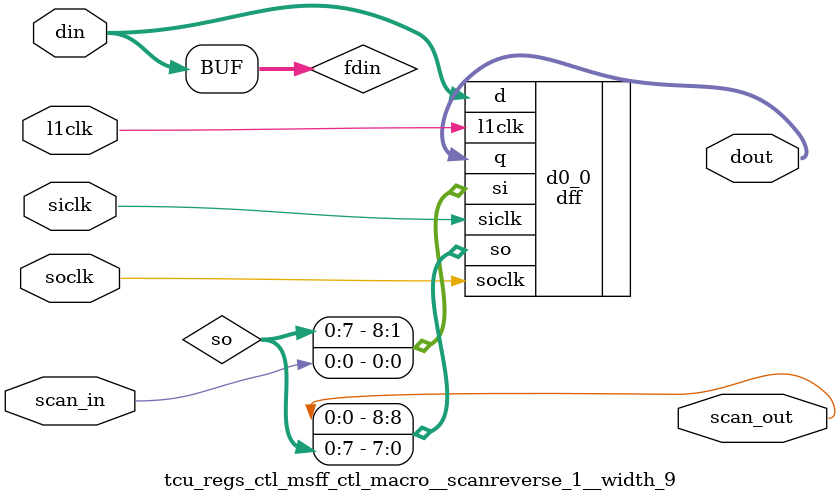
<source format=v>
`define CNT_ADDR_HI 14
`define CNT_ADDR_LO 12
`define IAB_ADDR_HI 11
`define IAB_ADDR_LO 9
`define DAB_ADDR_HI 8
`define DAB_ADDR_LO 6
`define EXT_ADDR_HI 5
`define EXT_ADDR_LO 3
`define AE_ADDR_HI 2
`define AE_ADDR_LO 0

`define WATCH_POINT 2'b00  
`define HARD_STOP 2'b01
`define SOFT_STOP 2'b10
`define START_COUNT 2'b11

//debug event status bit location
`define CNT 4
`define IAB 3
`define DAB 2
`define EXT 1
`define AE 0

// UCB defines, copied from Niagara iop/include/sys.h or iop.h
`define UCB_BUF_HI            11        // (2) buffer ID
`define UCB_BUF_LO            10
`define UCB_THR_HI             9        // (6) cpu/thread ID
`define UCB_THR_LO             4
`define UCB_DATA_HI          127        // (64) data
`define UCB_DATA_LO           64
`define UCB_PKT_HI             3        // (4) packet type
`define UCB_PKT_LO             0
`define UCB_READ_ACK         4'b0001
`define UCB_READ_REQ         4'b0100    // req types
`define UCB_WRITE_ACK        4'b0010
`define UCB_WRITE_REQ        4'b0101
`define UCB_SIZE_HI           14        // (3) request size
`define UCB_SIZE_LO           12
`define UCB_BID_TAP          2'b01
`define UCB_ADDR_HI           54        // (40) bit address
`define UCB_ADDR_LO           15
`define PCX_SZ_8B    3'b011  // encoding for 8B access

// MBIST Defines
`define NUM_TOTAL_MBIST_M1			47
`define NUM_TOTAL_MBIST				48

`define NUM_TOTAL_LBIST				8
`define NUM_TOTAL_LBIST_M1			7

`define MBIST_IDLE       4'd0
`define POR_CLR_DF       4'd1
`define POR_START        4'd2
`define POR_CLR_START    4'd3
`define POR_END_WAIT     4'd4
`define WMR_DUMMY        4'd5
`define WMR_CLR_DF       4'd6
`define WMR_START        4'd7
`define WMR_CLR_START    4'd8
`define WMR_END_WAIT     4'd9
`define BISX_CLR_DF      4'd10
`define BISX_START       4'd11
`define BISX_CLR_START   4'd12


module tcu_regs_ctl (
  debug_event_stop, 
  l2clk, 
  tcu_int_aclk, 
  tcu_int_bclk, 
  tcu_int_se, 
  tcu_int_ce, 
  tcu_int_ce_to_ucb, 
  tcu_int_ce_ucb, 
  tcu_pce_ov, 
  ac_test_mode, 
  cmp_io_sync_en, 
  io_cmp_sync_en, 
  cmp_io2x_sync_en, 
  ac_trans_test_counter_start, 
  jtag_clock_start, 
  clock_domain, 
  clock_domain_upd, 
  core_sel, 
  core_sel_upd, 
  decnt_data, 
  decnt_upd, 
  de_count, 
  cyc_count, 
  cyc_count_upd, 
  cycle_count, 
  tcudcr_data, 
  tcudcr_upd, 
  tcu_dcr, 
  dossen, 
  dossen_upd, 
  doss_enab, 
  dossmode, 
  dossmode_upd, 
  doss_mode, 
  ssreq_upd, 
  csmode, 
  csmode_upd, 
  cs_mode, 
  cs_mode_active, 
  jtagclkstop_ov, 
  jtag_ser_scan_q, 
  jtag_mt_enable, 
  jtag_test_protect, 
  flush_test_protect, 
  tcu_tp_sync_2io, 
  mt_mode_sync, 
  rst_tcu_dbr_gen, 
  tcu_dbr_gateoff, 
  cycle_stretch_to_mbc, 
  spc_crs, 
  doss_stat, 
  dbg1_tcu_soc_hard_stop, 
  spc0_hardstop_request, 
  spc1_hardstop_request, 
  spc2_hardstop_request, 
  spc3_hardstop_request, 
  spc4_hardstop_request, 
  spc5_hardstop_request, 
  spc6_hardstop_request, 
  spc7_hardstop_request, 
  clk_stop_ac_trans_counter_initiated, 
  debug_reg_hard_stop_domain_1st, 
  debug_cycle_counter_stop_to_mbc, 
  spc0_ss_complete, 
  spc1_ss_complete, 
  spc2_ss_complete, 
  spc3_ss_complete, 
  spc4_ss_complete, 
  spc5_ss_complete, 
  spc6_ss_complete, 
  spc7_ss_complete, 
  tcu_ss_request, 
  tcu_do_mode, 
  tcu_ss_mode, 
  spc0_softstop_request, 
  spc1_softstop_request, 
  spc2_softstop_request, 
  spc3_softstop_request, 
  spc4_softstop_request, 
  spc5_softstop_request, 
  spc6_softstop_request, 
  spc7_softstop_request, 
  spc0_ncu_core_running_status, 
  spc1_ncu_core_running_status, 
  spc2_ncu_core_running_status, 
  spc3_ncu_core_running_status, 
  spc4_ncu_core_running_status, 
  spc5_ncu_core_running_status, 
  spc6_ncu_core_running_status, 
  spc7_ncu_core_running_status, 
  spc0_trigger_pulse, 
  spc1_trigger_pulse, 
  spc2_trigger_pulse, 
  spc3_trigger_pulse, 
  spc4_trigger_pulse, 
  spc5_trigger_pulse, 
  spc6_trigger_pulse, 
  spc7_trigger_pulse, 
  dbg_creg_access, 
  dbg_creg_addr, 
  dbg_creg_data, 
  dbg_creg_wr_en, 
  dbg_creg_addr_en, 
  dbg_creg_data_en, 
  spc_ss_mode, 
  spc_ss_sel, 
  dbg1_tcu_soc_asrt_trigout, 
  tcu_mio_trigout, 
  mio_tcu_trigin, 
  tcu_rst_flush_stop_ack, 
  wmr_two, 
  mbist_clk_stop_req, 
  mbist_clk_stop_to_mbc, 
  scan_in, 
  scan_out, 
  l2data_upd, 
  l2addr_upd, 
  l2rti, 
  instr_l2_wr, 
  instr_l2_rd, 
  sio_tcu_data, 
  sio_tcu_vld, 
  l2access, 
  tcu_sii_data, 
  tcu_sii_vld, 
  l2rddata, 
  l2_read_vld, 
  ucb_csr_wr, 
  ucb_csr_addr, 
  ucb_data_out);
wire l1en;
wire pce_ov;
wire stop;
wire se;
wire siclk;
wire soclk;
wire l1clk;
wire tcuregs_cmpiosync_reg_scanin;
wire tcuregs_cmpiosync_reg_scanout;
wire io_cmp_sync_en_local;
wire cmp_io_sync_en_local;
wire cmp_io2x_sync_en_local;
wire ucb_csr_wr_sync_reg_scanin;
wire ucb_csr_wr_sync_reg_scanout;
wire ucb_csr_wr_sync;
wire ac_test_muxed_clk_qual;
wire ac_trans_test_counter_stop;
wire tcuregs_ttcounter_reg_scanin;
wire tcuregs_ttcounter_reg_scanout;
wire [7:0] tt_count;
wire [7:0] tt_count_dout;
wire tt_start_d;
wire tcuregs_ttstart_reg_scanin;
wire tcuregs_ttstart_reg_scanout;
wire ucb_wr_clk_domain;
wire ff_debug_event_hard_stop_scanin;
wire ff_debug_event_hard_stop_scanout;
wire [23:0] clk_stop_domain;
wire clock_domain_upd_sync;
wire dbg_upd_clock_domain;
wire [23:0] clock_domain_data;
wire rst_upd_clock_domain;
wire reset_event;
wire tcu_dcr_en;
wire clk_stop_dom_zero;
wire rstend_reg_scanin;
wire rstend_reg_scanout;
wire rst_event;
wire end_of_reset;
wire wmr_two_d;
wire [5:0] spc_hs_req_stg_din;
wire spc7_hstop_req;
wire spc6_hstop_req;
wire spc5_hstop_req;
wire spc4_hstop_req;
wire spc3_hstop_req;
wire spc1_hstop_req;
wire spc_hs_req_stg_reg_scanin;
wire spc_hs_req_stg_reg_scanout;
wire [5:0] spc_hs_req_stg;
wire [7:0] spc_hs_req;
wire spc2_hstop_req;
wire spc0_hstop_req;
wire spchsreq_reg_scanin;
wire spchsreq_reg_scanout;
wire spchsreq_en;
wire [7:0] spc_hstop_req;
wire jtscan_off;
wire dossen_reg_scanin;
wire dossen_reg_scanout;
wire [63:0] next_doss_enab;
wire dossen_upd_sync;
wire spc0_doss_enab;
wire spc1_doss_enab;
wire spc2_doss_enab;
wire spc3_doss_enab;
wire spc4_doss_enab;
wire spc5_doss_enab;
wire spc6_doss_enab;
wire spc7_doss_enab;
wire [7:0] spc_doss_enab;
wire dossmode_reg_scanin;
wire dossmode_reg_scanout;
wire [1:0] next_doss_mode;
wire dossmode_upd_sync;
wire [5:0] spc_ss_complete_stg_din;
wire spc_ss_complete_stg_reg_scanin;
wire spc_ss_complete_stg_reg_scanout;
wire [5:0] spc_ss_complete_stg;
wire [7:0] spc_ss_complete;
wire spcsscomp_reg_scanin;
wire spcsscomp_reg_scanout;
wire spc_ss_en;
wire [7:0] spc_ss_comp_hld;
wire [7:0] spc_ss_comp;
wire [7:0] spc_ss_comp_din;
wire [5:0] spc_ss_req_stg_din;
wire spc7_sstop_req;
wire spc6_sstop_req;
wire spc5_sstop_req;
wire spc4_sstop_req;
wire spc3_sstop_req;
wire spc1_sstop_req;
wire spc_ss_req_stg_reg_scanin;
wire spc_ss_req_stg_reg_scanout;
wire [5:0] spc_ss_req_stg;
wire [7:0] spc_ss_req;
wire spc2_sstop_req;
wire spc0_sstop_req;
wire spcssreq_reg_scanin;
wire spcssreq_reg_scanout;
wire spcssreq_en;
wire [7:0] spc_sstop_req;
wire [63:0] spc_crunstat;
wire spcrstat_reg_scanin;
wire spcrstat_reg_scanout;
wire spccrs_en;
wire spc0_crunstat;
wire spc1_crunstat;
wire spc2_crunstat;
wire spc3_crunstat;
wire spc4_crunstat;
wire spc5_crunstat;
wire spc6_crunstat;
wire spc7_crunstat;
wire [7:0] spc_crstat;
wire [5:0] spc_tp_req_stg_din;
wire spc7_tp_req;
wire spc6_tp_req;
wire spc5_tp_req;
wire spc4_tp_req;
wire spc3_tp_req;
wire spc1_tp_req;
wire spc_tp_req_stg_reg_scanin;
wire spc_tp_req_stg_reg_scanout;
wire [5:0] spc_tp_req_stg;
wire [7:0] spc_tp_req;
wire spc2_tp_req;
wire spc0_tp_req;
wire spctp_reg_scanin;
wire spctp_reg_scanout;
wire spctpreq_en;
wire [7:0] spc_tp;
wire trigout_pulse;
wire clkdomain_upd_sync_reg_scanin;
wire clkdomain_upd_sync_reg_scanout;
wire coresel_upd_sync_reg_scanin;
wire coresel_upd_sync_reg_scanout;
wire core_sel_upd_sync;
wire decnt_upd_sync_reg_scanin;
wire decnt_upd_sync_reg_scanout;
wire decnt_upd_sync;
wire cyccnt_upd_sync_reg_scanin;
wire cyccnt_upd_sync_reg_scanout;
wire cyc_count_upd_sync;
wire tcudcr_upd_sync_reg_scanin;
wire tcudcr_upd_sync_reg_scanout;
wire tcudcr_upd_sync;
wire dossen_upd_sync_reg_scanin;
wire dossen_upd_sync_reg_scanout;
wire dossmode_upd_sync_reg_scanin;
wire dossmode_upd_sync_reg_scanout;
wire ssreq_upd_sync_reg_scanin;
wire ssreq_upd_sync_reg_scanout;
wire ssreq_upd_sync;
wire csmode_upd_sync_reg_scanin;
wire csmode_upd_sync_reg_scanout;
wire csmode_upd_sync;
wire jtagserscan_sync_reg_scanin;
wire jtagserscan_sync_reg_scanout;
wire jtag_ser_scan_sync;
wire testprotect_sync_reg_scanin;
wire testprotect_sync_reg_scanout;
wire jtag_test_protect_sync;
wire test_protect;
wire dbr_gateoff;
wire testprotect_reg_scanin;
wire testprotect_reg_scanout;
wire test_protect_en;
wire test_protect_sync_to_io;
wire mt_mode;
wire tcuregs_mtmode_syncreg_scanin;
wire tcuregs_mtmode_syncreg_scanout;
wire jtagclkstop_ov_d;
wire tcu_dbg_ctl_scan_in;
wire tcu_dbg_ctl_scan_out;
wire tcuregs_l2dataupd_syncreg_scanin;
wire tcuregs_l2dataupd_syncreg_scanout;
wire l2data_upd_sync;
wire tcuregs_l2addrupd_syncreg_scanin;
wire tcuregs_l2addrupd_syncreg_scanout;
wire l2addr_upd_sync;
wire tcuregs_l2rti_syncreg_scanin;
wire tcuregs_l2rti_syncreg_scanout;
wire l2rti_sync;
wire tcuregs_l2rd_syncreg_scanin;
wire tcuregs_l2rd_syncreg_scanout;
wire instr_l2_rd_sync;
wire tcuregs_l2wr_syncreg_scanin;
wire tcuregs_l2wr_syncreg_scanout;
wire instr_l2_wr_sync;
wire tcuregs_l2data_reg_scanin;
wire tcuregs_l2data_reg_scanout;
wire [63:0] next_l2data_reg;
wire [63:0] l2data_reg;
wire l2wrdata_shift;
wire l2rddata_shift;
wire l2addr_shift;
wire l2_read_start;
wire l2cnt_done;
wire tcuregs_l2addr_reg_scanin;
wire tcuregs_l2addr_reg_scanout;
wire [63:0] next_l2addr_reg;
wire [63:0] l2addr_reg;
wire tcu_sii_data_din;
wire tcuregs_tcu_sii_data_reg_scanin;
wire tcuregs_tcu_sii_data_reg_scanout;
wire [6:0] l2cnt;
wire tcuregs_l2rti_reg_scanin;
wire tcuregs_l2rti_reg_scanout;
wire l2rti_dly;
wire tcu_sii_vld_din;
wire tcuregs_tcu_sii_vld_reg_scanin;
wire tcuregs_tcu_sii_vld_reg_scanout;
wire tcuregs_l2siovld_reg_scanin;
wire tcuregs_l2siovld_reg_scanout;
wire tcuregs_l2cntr_reg_scanin;
wire tcuregs_l2cntr_reg_scanout;
wire l2cnt_clr_;
wire [6:0] new_l2cnt;
wire l2cnt_en;
wire l2cnt_max;
wire spare_flops_scanin;
wire spare_flops_scanout;
wire [8:0] spare_flops_d;
wire [8:0] spare_flops_q;
wire spare6_flop_d;
wire spare4_flop_d;
wire [8:0] spare_flops_unused;
wire spare6_flop_q;
wire spare4_flop_q;

   output debug_event_stop; assign debug_event_stop = 1'b0; // to be removed
   input l2clk;
   input tcu_int_aclk;
   input tcu_int_bclk;
   input tcu_int_se;
   input tcu_int_ce;
   input tcu_int_ce_to_ucb; // for timing ECO A
   output tcu_int_ce_ucb;   // for timing ECO A
   input tcu_pce_ov;
   //input io_test_mode;
   //input io_ac_test_mode;
   input ac_test_mode;
   input cmp_io_sync_en;
   input io_cmp_sync_en;
   input cmp_io2x_sync_en;
   input ac_trans_test_counter_start;

   // from JTAG
   input         jtag_clock_start;

   input [23:0]  clock_domain;
   input         clock_domain_upd;
   input [7:0] 	 core_sel;
   input 	 core_sel_upd;
  
   input [31:0]  decnt_data;
   input         decnt_upd;
   output [31:0] de_count;

   input [63:0]  cyc_count;
   input         cyc_count_upd;
   output [63:0] cycle_count; 

   input [3:0]   tcudcr_data;
   input         tcudcr_upd;
   output [3:0]  tcu_dcr;

   input [63:0]  dossen;
   input 	 dossen_upd;
   output [63:0] doss_enab;

   input [1:0] 	 dossmode;
   input 	 dossmode_upd;
   output [1:0]  doss_mode;

   input 	 ssreq_upd;

   input 	 csmode;
   input 	 csmode_upd;
   output 	 cs_mode;
   output 	 cs_mode_active;
   output        jtagclkstop_ov;

   // test protect goes to live blocks to gate off
   // unwanted activity during test modes and scan flush
   input         jtag_ser_scan_q;    // during jtag scan // ECO yyyyyy
   input         jtag_mt_enable;     // during macrotest
   input         jtag_test_protect;  // when set via jtag
   input         flush_test_protect; // during scan flush
   output        tcu_tp_sync_2io;
   output        mt_mode_sync;  // synchronized macrotest mode signal
   // and during debug reset to block outputs of blocks
   // that can interfere with debug reset
   input         rst_tcu_dbr_gen;    // during debug reset
   output        tcu_dbr_gateoff;

   // Cycle Stretch
   output        cycle_stretch_to_mbc;   // ECO D
   
   // To JTAG
   output [63:0] spc_crs; // core_run status
   output [7:0]	 doss_stat;
   
   // Hard Stop from SOC
   input 	 dbg1_tcu_soc_hard_stop;
   
   // Debug Event Requests from SPC Cores
   input       	 spc0_hardstop_request;
   input       	 spc1_hardstop_request;
   input       	 spc2_hardstop_request;
   input       	 spc3_hardstop_request;
   input       	 spc4_hardstop_request;
   input       	 spc5_hardstop_request;
   input       	 spc6_hardstop_request;
   input       	 spc7_hardstop_request;
   
   output clk_stop_ac_trans_counter_initiated;   
   output [23:0] debug_reg_hard_stop_domain_1st;
   output 	 debug_cycle_counter_stop_to_mbc; // ECO C

   input 	 spc0_ss_complete;
   input 	 spc1_ss_complete;
   input 	 spc2_ss_complete;
   input 	 spc3_ss_complete;
   input 	 spc4_ss_complete;
   input 	 spc5_ss_complete;
   input 	 spc6_ss_complete;
   input 	 spc7_ss_complete;

   // To SPC Cores: Single Step and Disable Overlap
   output [7:0]  tcu_ss_request; // pulse
   output [7:0]  tcu_do_mode;
   output [7:0]  tcu_ss_mode;
   
   input       	 spc0_softstop_request;
   input       	 spc1_softstop_request;
   input       	 spc2_softstop_request;
   input       	 spc3_softstop_request;
   input       	 spc4_softstop_request;
   input       	 spc5_softstop_request;
   input       	 spc6_softstop_request;
   input       	 spc7_softstop_request;

   input [7:0] 	 spc0_ncu_core_running_status;
   input [7:0] 	 spc1_ncu_core_running_status;
   input [7:0] 	 spc2_ncu_core_running_status;
   input [7:0] 	 spc3_ncu_core_running_status;
   input [7:0] 	 spc4_ncu_core_running_status;
   input [7:0] 	 spc5_ncu_core_running_status;
   input [7:0] 	 spc6_ncu_core_running_status;
   input [7:0] 	 spc7_ncu_core_running_status;

   input       	 spc0_trigger_pulse;
   input       	 spc1_trigger_pulse;
   input       	 spc2_trigger_pulse;
   input       	 spc3_trigger_pulse;
   input       	 spc4_trigger_pulse;
   input       	 spc5_trigger_pulse;
   input       	 spc6_trigger_pulse;
   input       	 spc7_trigger_pulse;

   // Interface to UCB Control for parking cores
   output 	 dbg_creg_access;  
   output [39:0] dbg_creg_addr;    
   output [63:0] dbg_creg_data;    
   output 	 dbg_creg_wr_en;   
   output 	 dbg_creg_addr_en; 
   output 	 dbg_creg_data_en;

   output        spc_ss_mode;
   output [7:0]  spc_ss_sel;

   // Watchpoint Trigger
   input 	 dbg1_tcu_soc_asrt_trigout;
   output 	 tcu_mio_trigout;  // to TRIGOUT package pin

   // Trigger Input from Pin
   input 	 mio_tcu_trigin;

   // End of Power-on Reset as a Debug Event
   input         tcu_rst_flush_stop_ack;
   input         wmr_two;

   // MBIST Clock Stop
   input         mbist_clk_stop_req;
   output        mbist_clk_stop_to_mbc; // ECO C

   //scan
   input scan_in;
   output scan_out;
   
   // SIU Interface (L2 Access)
   input         l2data_upd;
   input         l2addr_upd;
   input         l2rti;
   input         instr_l2_wr;
   input         instr_l2_rd;
   input         sio_tcu_data;
   input         sio_tcu_vld;
   input  [64:0] l2access; // bit 0 is ignored 
   output        tcu_sii_data;
   output        tcu_sii_vld;
   output [63:0] l2rddata;
   output        l2_read_vld;

   // CSR (mbist_ctl)
   input         ucb_csr_wr;
   input [5:0]   ucb_csr_addr;
   input [63:0]  ucb_data_out;

   // Scan reassigns
   assign 	 l1en   = tcu_int_ce; // 1'b1;
   assign        pce_ov = tcu_pce_ov; // 1'b1;
   assign 	 stop   = 1'b0;
   assign 	 se     = tcu_int_se;
   assign 	 siclk = tcu_int_aclk;
   assign 	 soclk = tcu_int_bclk;

   //create clock headers
   tcu_regs_ctl_l1clkhdr_ctl_macro regs_clkgen 
     (
      .l2clk  (l2clk),
      .l1clk  (l1clk),
  .l1en(l1en),
  .pce_ov(pce_ov),
  .stop(stop),
  .se(se)
      );

   // Synchronizer Pulse from cluster header
   tcu_regs_ctl_msff_ctl_macro__width_3 tcuregs_cmpiosync_reg 
   ( 
     .scan_in(tcuregs_cmpiosync_reg_scanin),
     .scan_out(tcuregs_cmpiosync_reg_scanout),
     .l1clk    (l1clk),
     .din      ({io_cmp_sync_en      , cmp_io_sync_en  ,     cmp_io2x_sync_en}), 
     .dout     ({io_cmp_sync_en_local, cmp_io_sync_en_local, cmp_io2x_sync_en_local}),
  .siclk(siclk),
  .soclk(soclk)
     );

	 // Sync UCB CSR write signal and then pass it to dbg_ctl
    tcu_regs_ctl_msff_ctl_macro__en_1__width_1 ucb_csr_wr_sync_reg   (
      .scan_in  ( ucb_csr_wr_sync_reg_scanin  ),
      .scan_out ( ucb_csr_wr_sync_reg_scanout ),
      .l1clk    ( l1clk                       ),
      .en       ( io_cmp_sync_en_local        ),
      .din      ( ucb_csr_wr                  ),
      .dout     ( ucb_csr_wr_sync             ),
  .siclk(siclk),
  .soclk(soclk));

   //********************************************************************
   // Transition Test Control
   //********************************************************************
   //assign   ac_test_mode   = io_test_mode  &  io_ac_test_mode;

   //need to qualify muxed clock with de-assertion of a clock stop
   assign   ac_test_muxed_clk_qual =  ac_test_mode &
	    ac_trans_test_counter_start &
	    ~ac_trans_test_counter_stop;
   
   //ac trans test counter only 8 bits wide, ac tests not that long
   //msff_ctl_macro  ff_counter_ac_trans_clk_stop (width=8,en=1) (
   tcu_regs_ctl_msff_ctl_macro__en_1__width_8  tcuregs_ttcounter_reg  (
    .scan_in(tcuregs_ttcounter_reg_scanin),
    .scan_out(tcuregs_ttcounter_reg_scanout),
    .din     (tt_count[7:0]),
    .dout    (tt_count_dout[7:0]),
    .en      (ac_test_muxed_clk_qual),
    .l1clk   (l1clk),
  .siclk(siclk),
  .soclk(soclk)); //ac_test_muxed_clk));


   assign   tt_count[7:0] = tt_count_dout[7:0] - 8'b1;
   
   assign   ac_trans_test_counter_stop =
	    ac_test_mode &
	    (tt_count_dout[7:0] == 8'h0) &
	    tt_start_d; //ac_trans_test_counter_start;

   //means clk stop initiated by counter stop
   assign   clk_stop_ac_trans_counter_initiated = ac_trans_test_counter_stop;

   // Flop start of ac transition test to break timing loop
   tcu_regs_ctl_msff_ctl_macro__width_1  tcuregs_ttstart_reg  (
    .scan_in(tcuregs_ttstart_reg_scanin),
    .scan_out(tcuregs_ttstart_reg_scanout),
    .din     (ac_trans_test_counter_start),
    .dout    (tt_start_d),
    .l1clk   (l1clk),
  .siclk(siclk),
  .soclk(soclk)); 

   //********************************************************************
   // Clock Domain Register
   //********************************************************************
   assign ucb_wr_clk_domain = ucb_csr_wr_sync && ucb_csr_addr == 6'h25;
   
   //debug event hard stop clk register
   tcu_regs_ctl_msff_ctl_macro__width_24  ff_debug_event_hard_stop  (
    .scan_in(ff_debug_event_hard_stop_scanin),
    .scan_out(ff_debug_event_hard_stop_scanout),
    .din(clk_stop_domain[23:0]), //debug_reg_hard_stop_domain_1st[16:0]),
    .dout(debug_reg_hard_stop_domain_1st[23:0]),
    .l1clk(l1clk),
  .siclk(siclk),
  .soclk(soclk));
   
   // from JTAG
   assign   clk_stop_domain[23:0] = clock_domain_upd_sync ? clock_domain[23:0]
	                          : dbg_upd_clock_domain ? clock_domain_data[23:0]
                                  : rst_upd_clock_domain ? 24'h1
                                  : ucb_wr_clk_domain ? ucb_data_out[23:0]
                                  : debug_reg_hard_stop_domain_1st[23:0];
   assign   rst_upd_clock_domain  = reset_event  &  tcu_dcr_en  &  clk_stop_dom_zero;
   assign   clk_stop_dom_zero     = ~(|debug_reg_hard_stop_domain_1st[23:0]);

   //********************************************************************
   // Debug Control
   //********************************************************************

   //********************************************************************
   // Create a debug event when Power-on reset sequence ends 
   //********************************************************************
   // For use with TCU DCR - only enabled when tcu_dcr[2] active
   tcu_regs_ctl_msff_ctl_macro__clr_1__en_1__width_2 rstend_reg 
   ( 
     .scan_in(rstend_reg_scanin),
     .scan_out(rstend_reg_scanout),
     .l1clk    (l1clk),
     .clr      (~tcu_dcr_en),
     .en       (~rst_event),
     .din      ({wmr_two,   end_of_reset}), 
     .dout     ({wmr_two_d, rst_event}),
  .siclk(siclk),
  .soclk(soclk)
     );

   assign   end_of_reset    =  wmr_two_d & tcu_rst_flush_stop_ack;
   assign   reset_event     =  rst_event;

   //********************************************************************
   // Hard Stop - SPC request for Hard Clock Stop
   //********************************************************************
   assign spc_hs_req_stg_din = {spc7_hstop_req, spc6_hstop_req, spc5_hstop_req,
                                spc4_hstop_req, spc3_hstop_req, spc1_hstop_req};

   tcu_regs_ctl_msff_ctl_macro__width_6 spc_hs_req_stg_reg  (
      .scan_in  ( spc_hs_req_stg_reg_scanin  ),
      .scan_out ( spc_hs_req_stg_reg_scanout ),
      .l1clk    ( l1clk                      ),
      .din      ( spc_hs_req_stg_din[5:0]    ),
      .dout     ( spc_hs_req_stg[5:0]        ),
  .siclk(siclk),
  .soclk(soclk));

   assign spc_hs_req[7:0] = {spc_hs_req_stg[5:1],
                             spc2_hstop_req,
                             spc_hs_req_stg[0],
                             spc0_hstop_req};

   tcu_regs_ctl_msff_ctl_macro__clr_1__en_1__width_8 spchsreq_reg 
   ( 
     .scan_in(spchsreq_reg_scanin),
     .scan_out(spchsreq_reg_scanout),
     .l1clk    (l1clk),
     .clr      (tcu_dcr_en),
     .en       (spchsreq_en),
     .din      (spc_hs_req[7:0]), 
     .dout     (spc_hstop_req[7:0]),
  .siclk(siclk),
  .soclk(soclk)
     );
   assign   spchsreq_en    =  jtscan_off;
   
   assign   spc0_hstop_req = spc0_hardstop_request; //|spc0_hardstop_request[7:0];
   assign   spc1_hstop_req = spc1_hardstop_request; //|spc1_hardstop_request[7:0];
   assign   spc2_hstop_req = spc2_hardstop_request; //|spc2_hardstop_request[7:0];
   assign   spc3_hstop_req = spc3_hardstop_request; //|spc3_hardstop_request[7:0];
   assign   spc4_hstop_req = spc4_hardstop_request; //|spc4_hardstop_request[7:0];
   assign   spc5_hstop_req = spc5_hardstop_request; //|spc5_hardstop_request[7:0];
   assign   spc6_hstop_req = spc6_hardstop_request; //|spc6_hardstop_request[7:0];
   assign   spc7_hstop_req = spc7_hardstop_request; //|spc7_hardstop_request[7:0];
   
   //********************************************************************
   // Disable Overlap and Single Step Enable Register
   //********************************************************************
   
   tcu_regs_ctl_msff_ctl_macro__width_64 dossen_reg 
   ( 
     .scan_in(dossen_reg_scanin),
     .scan_out(dossen_reg_scanout),
     .l1clk    (l1clk),
     .din      (next_doss_enab[63:0]), 
     .dout     (doss_enab[63:0]),
  .siclk(siclk),
  .soclk(soclk)
     );

   assign   next_doss_enab[63:0] =  dossen_upd_sync ? dossen[63:0]
                                 :  doss_enab[63:0];
   
   assign   spc0_doss_enab = |doss_enab[7:0];
   assign   spc1_doss_enab = |doss_enab[15:8];
   assign   spc2_doss_enab = |doss_enab[23:16];
   assign   spc3_doss_enab = |doss_enab[31:24];
   assign   spc4_doss_enab = |doss_enab[39:32];
   assign   spc5_doss_enab = |doss_enab[47:40];
   assign   spc6_doss_enab = |doss_enab[55:48];
   assign   spc7_doss_enab = |doss_enab[63:56];

   assign spc_doss_enab[7:0] = {spc7_doss_enab,spc6_doss_enab,
				spc5_doss_enab,spc4_doss_enab,
				spc3_doss_enab,spc2_doss_enab,
				spc1_doss_enab,spc0_doss_enab};

   //********************************************************************
   // Disable Overlap Mode Register
   //********************************************************************
   
   tcu_regs_ctl_msff_ctl_macro__en_1__width_2 dossmode_reg  
   ( 
     .scan_in(dossmode_reg_scanin),
     .scan_out(dossmode_reg_scanout),
     .l1clk    (l1clk),
     .en       (cmp_io_sync_en_local),
     .din      (next_doss_mode[1:0]), 
     .dout     (doss_mode[1:0]),
  .siclk(siclk),
  .soclk(soclk)
     );

   assign   next_doss_mode[1:0] =  dossmode_upd_sync ? dossmode[1:0]
                                :  doss_mode[1:0];
   
   //********************************************************************
   // Single Step Complete - SPC acknowledgement that its single-step is complete
   //********************************************************************

   // Staging Flops
   assign spc_ss_complete_stg_din = {spc7_ss_complete, spc6_ss_complete, spc5_ss_complete,
                                     spc4_ss_complete, spc3_ss_complete, spc1_ss_complete};

   tcu_regs_ctl_msff_ctl_macro__width_6 spc_ss_complete_stg_reg  (
      .scan_in  ( spc_ss_complete_stg_reg_scanin  ),
      .scan_out ( spc_ss_complete_stg_reg_scanout ),
      .l1clk    ( l1clk                           ),
      .din      ( spc_ss_complete_stg_din[5:0]    ),
      .dout     ( spc_ss_complete_stg[5:0]        ),
  .siclk(siclk),
  .soclk(soclk));

   assign spc_ss_complete[7:0] = {spc_ss_complete_stg[5:1],
                                  spc2_ss_complete,
                                  spc_ss_complete_stg[0],
                                  spc0_ss_complete};

   tcu_regs_ctl_msff_ctl_macro__clr_1__en_1__width_8 spcsscomp_reg 
   ( 
     .scan_in(spcsscomp_reg_scanin),
     .scan_out(spcsscomp_reg_scanout),
     .l1clk    (l1clk),
     .clr      (~spc_ss_en),
     .en       (spc_ss_en),
     .din      (spc_ss_comp_hld[7:0]),
     .dout     (spc_ss_comp[7:0]),
  .siclk(siclk),
  .soclk(soclk)
     );
   // ss_complete from SPC's is a pulse, but need to hold until cleared
   assign   spc_ss_comp_din[7:0] =  spc_ss_complete[7:0]  & ~tcu_ss_request[7:0];
   assign   spc_ss_comp_hld[7:0] =  spc_ss_comp_din[7:0]  |  spc_ss_comp[7:0];
   assign   spc_ss_en            =  doss_mode[1] & doss_mode[0] &  jtscan_off;

   //********************************************************************
   // Soft Stop - SPC request for Soft Clock Stop
   //********************************************************************
   assign spc_ss_req_stg_din = {spc7_sstop_req, spc6_sstop_req, spc5_sstop_req,
                                spc4_sstop_req, spc3_sstop_req, spc1_sstop_req};

   tcu_regs_ctl_msff_ctl_macro__width_6 spc_ss_req_stg_reg  (
      .scan_in  ( spc_ss_req_stg_reg_scanin  ),
      .scan_out ( spc_ss_req_stg_reg_scanout ),
      .l1clk    ( l1clk                      ),
      .din      ( spc_ss_req_stg_din[5:0]    ),
      .dout     ( spc_ss_req_stg[5:0]        ),
  .siclk(siclk),
  .soclk(soclk));

   assign spc_ss_req[7:0] = {spc_ss_req_stg[5:1],
                             spc2_sstop_req,
                             spc_ss_req_stg[0],
                             spc0_sstop_req};

   tcu_regs_ctl_msff_ctl_macro__clr_1__en_1__width_8 spcssreq_reg 
   ( 
     .scan_in(spcssreq_reg_scanin),
     .scan_out(spcssreq_reg_scanout),
     .l1clk    (l1clk),
     .clr      (tcu_dcr_en),
     .en       (spcssreq_en),
     .din      (spc_ss_req[7:0]), 
     .dout     (spc_sstop_req[7:0]),
  .siclk(siclk),
  .soclk(soclk)
     );
   assign   spcssreq_en    =  jtscan_off;
   
   assign   spc0_sstop_req = spc0_softstop_request; //|spc0_softstop_request[7:0];
   assign   spc1_sstop_req = spc1_softstop_request; //|spc1_softstop_request[7:0];
   assign   spc2_sstop_req = spc2_softstop_request; //|spc2_softstop_request[7:0];
   assign   spc3_sstop_req = spc3_softstop_request; //|spc3_softstop_request[7:0];
   assign   spc4_sstop_req = spc4_softstop_request; //|spc4_softstop_request[7:0];
   assign   spc5_sstop_req = spc5_softstop_request; //|spc5_softstop_request[7:0];
   assign   spc6_sstop_req = spc6_softstop_request; //|spc6_softstop_request[7:0];
   assign   spc7_sstop_req = spc7_softstop_request; //|spc7_softstop_request[7:0];

   //********************************************************************
   // Core Running Status - SPC status: parked or running
   //********************************************************************
   assign   spc_crunstat[63:0] = {spc7_ncu_core_running_status[7:0],
                                  spc6_ncu_core_running_status[7:0],
				  spc5_ncu_core_running_status[7:0],
				  spc4_ncu_core_running_status[7:0],
				  spc3_ncu_core_running_status[7:0],
				  spc2_ncu_core_running_status[7:0],
				  spc1_ncu_core_running_status[7:0],
				  spc0_ncu_core_running_status[7:0]};

   tcu_regs_ctl_msff_ctl_macro__en_1__width_64 spcrstat_reg 
   ( 
     .scan_in(spcrstat_reg_scanin),
     .scan_out(spcrstat_reg_scanout),
     .l1clk    (l1clk),
     .en       (spccrs_en),
     .din      (spc_crunstat[63:0]), 
     .dout     (spc_crs[63:0]),
  .siclk(siclk),
  .soclk(soclk)
     );
   assign   spccrs_en        =  jtscan_off & cmp_io_sync_en_local;

   assign   spc0_crunstat    = |spc_crs[7:0];
   assign   spc1_crunstat    = |spc_crs[15:8];
   assign   spc2_crunstat    = |spc_crs[23:16];
   assign   spc3_crunstat    = |spc_crs[31:24];
   assign   spc4_crunstat    = |spc_crs[39:32];
   assign   spc5_crunstat    = |spc_crs[47:40];
   assign   spc6_crunstat    = |spc_crs[55:48];
   assign   spc7_crunstat    = |spc_crs[63:56];

   assign   spc_crstat[7:0]  = {spc7_crunstat,spc6_crunstat,
			        spc5_crunstat,spc4_crunstat,
			        spc3_crunstat,spc2_crunstat,
			        spc1_crunstat,spc0_crunstat};

   //********************************************************************
   // Trigger Pulse - SPC request to pulse Watchpoint (TRIGOUT) pin
   //********************************************************************
   assign spc_tp_req_stg_din = {spc7_tp_req, spc6_tp_req, spc5_tp_req,
                                spc4_tp_req, spc3_tp_req, spc1_tp_req};

   tcu_regs_ctl_msff_ctl_macro__width_6 spc_tp_req_stg_reg  (
      .scan_in  ( spc_tp_req_stg_reg_scanin  ),
      .scan_out ( spc_tp_req_stg_reg_scanout ),
      .l1clk    ( l1clk                      ),
      .din      ( spc_tp_req_stg_din[5:0]    ),
      .dout     ( spc_tp_req_stg[5:0]        ),
  .siclk(siclk),
  .soclk(soclk));

   assign spc_tp_req[7:0] = {spc_tp_req_stg[5:1],
                             spc2_tp_req,
                             spc_tp_req_stg[0],
                             spc0_tp_req};

   tcu_regs_ctl_msff_ctl_macro__clr_1__en_1__width_8 spctp_reg 
   ( 
     .scan_in(spctp_reg_scanin),
     .scan_out(spctp_reg_scanout),
     .l1clk    (l1clk),
     .clr      (tcu_dcr_en),
     .en       (spctpreq_en),
     .din      (spc_tp_req[7:0]), 
     .dout     (spc_tp[7:0]),
  .siclk(siclk),
  .soclk(soclk)
     );
   assign   spctpreq_en =  jtscan_off;

   assign   spc0_tp_req = spc0_trigger_pulse; //|spc0_trigger_pulse[7:0];
   assign   spc1_tp_req = spc1_trigger_pulse; //|spc1_trigger_pulse[7:0];
   assign   spc2_tp_req = spc2_trigger_pulse; //|spc2_trigger_pulse[7:0];
   assign   spc3_tp_req = spc3_trigger_pulse; //|spc3_trigger_pulse[7:0];
   assign   spc4_tp_req = spc4_trigger_pulse; //|spc4_trigger_pulse[7:0];
   assign   spc5_tp_req = spc5_trigger_pulse; //|spc5_trigger_pulse[7:0];
   assign   spc6_tp_req = spc6_trigger_pulse; //|spc6_trigger_pulse[7:0];
   assign   spc7_tp_req = spc7_trigger_pulse; //|spc7_trigger_pulse[7:0];

   assign   tcu_mio_trigout =  trigout_pulse; // from dbg_ctl

   
   //********************************************************************
   // Synchronizers for Updates from JTAG (TCK Clock Domain)
   //********************************************************************
   
   cl_sc1_clksyncff_4x clkdomain_upd_sync_reg
   ( .si (clkdomain_upd_sync_reg_scanin),
     .so (clkdomain_upd_sync_reg_scanout),
     .l1clk (l1clk),
     .d     (clock_domain_upd),
     .q     (clock_domain_upd_sync),
  .siclk(siclk),
  .soclk(soclk)
     );

   cl_sc1_clksyncff_4x coresel_upd_sync_reg
   ( .si (coresel_upd_sync_reg_scanin),
     .so (coresel_upd_sync_reg_scanout),
     .l1clk (l1clk),
     .d     (core_sel_upd),
     .q     (core_sel_upd_sync),
  .siclk(siclk),
  .soclk(soclk)
     );

   cl_sc1_clksyncff_4x decnt_upd_sync_reg
   ( .si (decnt_upd_sync_reg_scanin),
     .so (decnt_upd_sync_reg_scanout),
     .l1clk (l1clk),
     .d     (decnt_upd),
     .q     (decnt_upd_sync),
  .siclk(siclk),
  .soclk(soclk)
     );

   cl_sc1_clksyncff_4x cyccnt_upd_sync_reg
   ( .si (cyccnt_upd_sync_reg_scanin),
     .so (cyccnt_upd_sync_reg_scanout),
     .l1clk (l1clk),
     .d     (cyc_count_upd),
     .q     (cyc_count_upd_sync),
  .siclk(siclk),
  .soclk(soclk)
     );

   cl_sc1_clksyncff_4x tcudcr_upd_sync_reg
   ( .si (tcudcr_upd_sync_reg_scanin),
     .so (tcudcr_upd_sync_reg_scanout),
     .l1clk (l1clk),
     .d     (tcudcr_upd),
     .q     (tcudcr_upd_sync),
  .siclk(siclk),
  .soclk(soclk)
     );

   cl_sc1_clksyncff_4x dossen_upd_sync_reg
   ( .si (dossen_upd_sync_reg_scanin),
     .so (dossen_upd_sync_reg_scanout),
     .l1clk (l1clk),
     .d     (dossen_upd),
     .q     (dossen_upd_sync),
  .siclk(siclk),
  .soclk(soclk)
     );

   cl_sc1_clksyncff_4x dossmode_upd_sync_reg
   ( .si (dossmode_upd_sync_reg_scanin),
     .so (dossmode_upd_sync_reg_scanout),
     .l1clk (l1clk),
     .d     (dossmode_upd),
     .q     (dossmode_upd_sync),
  .siclk(siclk),
  .soclk(soclk)
     );

   cl_sc1_clksyncff_4x ssreq_upd_sync_reg
   ( .si (ssreq_upd_sync_reg_scanin),
     .so (ssreq_upd_sync_reg_scanout),
     .l1clk (l1clk),
     .d     (ssreq_upd),
     .q     (ssreq_upd_sync),
  .siclk(siclk),
  .soclk(soclk)
     );

   cl_sc1_clksyncff_4x csmode_upd_sync_reg
   ( .si (csmode_upd_sync_reg_scanin),
     .so (csmode_upd_sync_reg_scanout),
     .l1clk (l1clk),
     .d     (csmode_upd),
     .q     (csmode_upd_sync),
  .siclk(siclk),
  .soclk(soclk)
     );

   // Test Protect mode to block inputs to TCU
   cl_sc1_clksyncff_4x jtagserscan_sync_reg
   ( .si (jtagserscan_sync_reg_scanin),
     .so (jtagserscan_sync_reg_scanout),
     .l1clk (l1clk),
     .d	    (jtag_ser_scan_q), // ECO yyyyyy
     .q	    (jtag_ser_scan_sync),
  .siclk(siclk),
  .soclk(soclk)
     );
   cl_sc1_clksyncff_4x testprotect_sync_reg
   ( .si (testprotect_sync_reg_scanin),
     .so (testprotect_sync_reg_scanout),
     .l1clk (l1clk),
     .d     (jtag_test_protect),
     .q     (jtag_test_protect_sync),
  .siclk(siclk),
  .soclk(soclk)
     );
   assign   test_protect    =  jtag_test_protect_sync  |  flush_test_protect;
   assign   dbr_gateoff     =  rst_tcu_dbr_gen         &  flush_test_protect;
   tcu_regs_ctl_msff_ctl_macro__en_1__width_2 testprotect_reg 
   ( .scan_in(testprotect_reg_scanin),
     .scan_out(testprotect_reg_scanout),
     .l1clk    (l1clk),
     .en       (test_protect_en),
     .din      ({test_protect,            dbr_gateoff     }), 
     .dout     ({test_protect_sync_to_io, tcu_dbr_gateoff }),
  .siclk(siclk),
  .soclk(soclk)
     );
   // block inputs when jtag scan or mbist, lbist when desired
   // or when jtag serial scan, block tcu inputs; also goes to RST, CCU, DMU, PEU
   assign   mt_mode         =  jtag_mt_enable;
   assign   test_protect_en =  cmp_io_sync_en_local & ~ac_test_mode & ~mt_mode_sync;
   assign   jtscan_off      = ~tcu_tp_sync_2io      & ~jtag_ser_scan_sync;
   assign   tcu_tp_sync_2io =  ac_test_mode         |  test_protect_sync_to_io;

   // to synchronize mt_mode, just in case
   cl_sc1_clksyncff_4x tcuregs_mtmode_syncreg (
     .si     ( tcuregs_mtmode_syncreg_scanin  ),
     .so     ( tcuregs_mtmode_syncreg_scanout ),
     .l1clk  ( l1clk                          ),
     .d      ( mt_mode                        ),
     .q      ( mt_mode_sync                   ),
  .siclk(siclk),
  .soclk(soclk));


   //********************************************************************
   // Instantiate Debug Sub-Block
   //********************************************************************
     
   tcu_dbg_ctl dbg_ctl
     (
      .jtagclkstop_ov           (jtagclkstop_ov_d),                // ECO B
      .debug_cycle_counter_stop (debug_cycle_counter_stop_to_mbc), // ECO C
      .cycle_stretch            (cycle_stretch_to_mbc),            // ECO D
      .mbist_clk_stop           (mbist_clk_stop_to_mbc),           // ECO C
      .scan_in  (tcu_dbg_ctl_scan_in),
      .scan_out (tcu_dbg_ctl_scan_out),
  .tcu_int_se(tcu_int_se),
  .tcu_int_aclk(tcu_int_aclk),
  .tcu_int_bclk(tcu_int_bclk),
  .tcu_int_ce(tcu_int_ce),
  .tcu_pce_ov(tcu_pce_ov),
  .l2clk(l2clk),
  .cmp_io_sync_en_local(cmp_io_sync_en_local),
  .io_cmp_sync_en_local(io_cmp_sync_en_local),
  .cmp_io2x_sync_en_local(cmp_io2x_sync_en_local),
  .spc_hstop_req(spc_hstop_req[7:0]),
  .spc_sstop_req(spc_sstop_req[7:0]),
  .spc_tp(spc_tp[7:0]),
  .reset_event(reset_event),
  .spc_crstat(spc_crstat[7:0]),
  .spc_crs(spc_crs[63:0]),
  .spc_ss_comp(spc_ss_comp[7:0]),
  .doss_stat(doss_stat[7:0]),
  .tcu_ss_request(tcu_ss_request[7:0]),
  .ssreq_upd_sync(ssreq_upd_sync),
  .tcu_ss_mode(tcu_ss_mode[7:0]),
  .tcu_do_mode(tcu_do_mode[7:0]),
  .dbg1_tcu_soc_hard_stop(dbg1_tcu_soc_hard_stop),
  .dbg1_tcu_soc_asrt_trigout(dbg1_tcu_soc_asrt_trigout),
  .trigout_pulse(trigout_pulse),
  .mio_tcu_trigin(mio_tcu_trigin),
  .mbist_clk_stop_req(mbist_clk_stop_req),
  .jtag_clock_start(jtag_clock_start),
  .jtscan_off(jtscan_off),
  .cyc_count(cyc_count[63:0]),
  .cyc_count_upd_sync(cyc_count_upd_sync),
  .tcudcr_data(tcudcr_data[3:0]),
  .tcudcr_upd_sync(tcudcr_upd_sync),
  .decnt_data(decnt_data[31:0]),
  .decnt_upd_sync(decnt_upd_sync),
  .core_sel(core_sel[7:0]),
  .core_sel_upd_sync(core_sel_upd_sync),
  .spc_doss_enab(spc_doss_enab[7:0]),
  .doss_mode(doss_mode[1:0]),
  .doss_enab(doss_enab[63:0]),
  .csmode(csmode),
  .csmode_upd_sync(csmode_upd_sync),
  .cs_mode(cs_mode),
  .cs_mode_active(cs_mode_active),
  .de_count(de_count[31:0]),
  .cycle_count(cycle_count[63:0]),
  .tcu_dcr(tcu_dcr[3:0]),
  .clock_domain_data(clock_domain_data[23:0]),
  .dbg_upd_clock_domain(dbg_upd_clock_domain),
  .tcu_dcr_en(tcu_dcr_en),
  .spc_ss_mode(spc_ss_mode),
  .spc_ss_sel(spc_ss_sel[7:0]),
  .dbg_creg_access(dbg_creg_access),
  .dbg_creg_addr(dbg_creg_addr[39:0]),
  .dbg_creg_data(dbg_creg_data[63:0]),
  .dbg_creg_wr_en(dbg_creg_wr_en),
  .dbg_creg_addr_en(dbg_creg_addr_en),
  .dbg_creg_data_en(dbg_creg_data_en),
  .ucb_csr_wr_sync(ucb_csr_wr_sync),
  .ucb_csr_addr(ucb_csr_addr[5:0]),
  .ucb_data_out(ucb_data_out[63:0])
      );


//============================================================
// Following is for L2 Access via SIU, using JTAG
//============================================================

// these synchronizers for L2 access via SIU
cl_sc1_clksyncff_4x tcuregs_l2dataupd_syncreg (
   .si    ( tcuregs_l2dataupd_syncreg_scanin  ),
   .so    ( tcuregs_l2dataupd_syncreg_scanout ),
   .l1clk ( l1clk                            ),
   .d     ( l2data_upd                       ),
   .q     ( l2data_upd_sync                  ),
  .siclk(siclk),
  .soclk(soclk));

cl_sc1_clksyncff_4x tcuregs_l2addrupd_syncreg (
   .si    ( tcuregs_l2addrupd_syncreg_scanin  ),
   .so    ( tcuregs_l2addrupd_syncreg_scanout ),
   .l1clk ( l1clk                            ),
   .d     ( l2addr_upd                       ),
   .q     ( l2addr_upd_sync                  ),
  .siclk(siclk),
  .soclk(soclk));

cl_sc1_clksyncff_4x tcuregs_l2vld_syncreg (
   .si    ( tcuregs_l2rti_syncreg_scanin  ),
   .so    ( tcuregs_l2rti_syncreg_scanout ),
   .l1clk ( l1clk                        ),
   .d     ( l2rti                        ),
   .q     ( l2rti_sync                   ),
  .siclk(siclk),
  .soclk(soclk));

cl_sc1_clksyncff_4x tcuregs_l2rd_syncreg (
   .si    ( tcuregs_l2rd_syncreg_scanin  ),
   .so    ( tcuregs_l2rd_syncreg_scanout ),
   .l1clk ( l1clk                        ),
   .d     ( instr_l2_rd                  ),
   .q     ( instr_l2_rd_sync             ),
  .siclk(siclk),
  .soclk(soclk));

cl_sc1_clksyncff_4x tcuregs_l2wr_syncreg (
   .si    ( tcuregs_l2wr_syncreg_scanin  ),
   .so    ( tcuregs_l2wr_syncreg_scanout ),
   .l1clk ( l1clk                        ),
   .d     ( instr_l2_wr                  ),
   .q     ( instr_l2_wr_sync             ),
  .siclk(siclk),
  .soclk(soclk));


//============================================================
// L2 Write/Read Data Register - for L2 access via SIU; this is PAYLOAD
// - during l2_WRITE, it sends data to L2
// - during l2_READ, it is an input and receives data from L2
//============================================================
// Comes from shift register in JTAG, enable is synchronzed to cmp clock

tcu_regs_ctl_msff_ctl_macro__width_64 tcuregs_l2data_reg  (
   .scan_in  ( tcuregs_l2data_reg_scanin  ),
   .scan_out ( tcuregs_l2data_reg_scanout ),
   .l1clk    ( l1clk                     ),
   .din      ( next_l2data_reg[63:0]     ),
   .dout     ( l2data_reg[63:0]          ),
  .siclk(siclk),
  .soclk(soclk));

assign next_l2data_reg[63:0] = l2wrdata_shift ?
                                  {1'b0, l2data_reg[63:1]} :
                                  l2data_upd_sync ?
                                     l2access[64:1] :
                                     l2rddata_shift ?
                                        {sio_tcu_data,l2data_reg[63:1]} :
                                        l2data_reg[63:0];

assign l2rddata[63:0] = l2data_reg[63:0];

assign l2wrdata_shift = instr_l2_wr_sync & l2rti_sync & ~l2addr_shift; 
assign l2rddata_shift = instr_l2_rd_sync & (l2_read_start | sio_tcu_vld) & ~l2cnt_done;

//============================================================
// L2 Write/Read Address Register - for L2 access via SIU; this is HEADER
//============================================================
// Comes from shift register in JTAG, enable is synchronzed to cmp clock

tcu_regs_ctl_msff_ctl_macro__width_64 tcuregs_l2addr_reg  (
   .scan_in  ( tcuregs_l2addr_reg_scanin  ),
   .scan_out ( tcuregs_l2addr_reg_scanout ),
   .l1clk    ( l1clk                     ),
   .din      ( next_l2addr_reg[63:0]     ),
   .dout     ( l2addr_reg[63:0]          ),
  .siclk(siclk),
  .soclk(soclk));

assign next_l2addr_reg[63:0] = l2addr_shift ?
                               {1'b0, l2addr_reg[63:1]} :
                                  l2addr_upd_sync ?
                                     l2access[64:1] :
                                     l2addr_reg[63:0];

assign tcu_sii_data_din = l2wrdata_shift ?
                             l2data_reg[0] :
                             l2addr_shift ?
                                l2addr_reg[0] :
                                1'b0;

tcu_regs_ctl_msff_ctl_macro__width_1 tcuregs_tcu_sii_data_reg  (
   .scan_in  ( tcuregs_tcu_sii_data_reg_scanin  ),
   .scan_out ( tcuregs_tcu_sii_data_reg_scanout ),
   .l1clk    ( l1clk                           ),
   .din      ( tcu_sii_data_din                ),
   .dout     ( tcu_sii_data                    ),
  .siclk(siclk),
  .soclk(soclk));


assign l2addr_shift = (instr_l2_wr_sync | instr_l2_rd_sync) & l2rti_sync & ~l2cnt[6];

//============================================================
// L2 Access - Generate VALID pulse & catch sio_tcu_vld for L2 Read 
//============================================================
tcu_regs_ctl_msff_ctl_macro__width_1 tcuregs_l2rti_reg  (
   .scan_in  ( tcuregs_l2rti_reg_scanin  ),
   .scan_out ( tcuregs_l2rti_reg_scanout ),
   .l1clk    ( l1clk                    ),
   .din      ( l2rti_sync               ),
   .dout     ( l2rti_dly                ),
  .siclk(siclk),
  .soclk(soclk));

assign tcu_sii_vld_din = (l2rti_sync & ~l2rti_dly & (instr_l2_wr_sync | instr_l2_rd_sync)) 
                             | (instr_l2_wr_sync & (l2cnt[6:0] == 7'b1000000));

tcu_regs_ctl_msff_ctl_macro__width_1 tcuregs_tcu_sii_vld_reg  (
   .scan_in  ( tcuregs_tcu_sii_vld_reg_scanin  ),
   .scan_out ( tcuregs_tcu_sii_vld_reg_scanout ),
   .l1clk    ( l1clk                          ),
   .din      ( tcu_sii_vld_din                ),
   .dout     ( tcu_sii_vld                    ),
  .siclk(siclk),
  .soclk(soclk));


tcu_regs_ctl_msff_ctl_macro__clr__1__en_1__width_1 tcuregs_l2siovld_reg  (
   .scan_in  ( tcuregs_l2siovld_reg_scanin  ),
   .scan_out ( tcuregs_l2siovld_reg_scanout ),
   .l1clk    ( l1clk                       ),
   .en       ( sio_tcu_vld                 ),
   .clr_     ( instr_l2_rd_sync            ),
   .din      ( instr_l2_rd_sync            ),    //(l2rti_dly),
   .dout     ( l2_read_start               ),
  .siclk(siclk),
  .soclk(soclk));

//============================================================
// L2 Access - Counter to track number of shifts
//============================================================
tcu_regs_ctl_msff_ctl_macro__clr__1__width_7 tcuregs_l2cntr_reg  (
   .scan_in  ( tcuregs_l2cntr_reg_scanin  ),
   .scan_out ( tcuregs_l2cntr_reg_scanout ),
   .l1clk    ( l1clk                     ),
   .clr_     ( l2cnt_clr_                ),
   .din      ( new_l2cnt[6:0]            ),
   .dout     ( l2cnt[6:0]                ),
  .siclk(siclk),
  .soclk(soclk));

assign new_l2cnt[6:0] = l2cnt_en ? (l2cnt[6:0] + 7'b0000001) : l2cnt[6:0];
assign l2cnt_clr_ = (instr_l2_wr_sync | instr_l2_rd_sync);
assign l2cnt_en   = (instr_l2_wr_sync & l2rti_sync & ~l2cnt_done) | (l2rddata_shift);
                      //| (instr_l2_rd & l2rti_sync & l2rddata_shift);
assign l2cnt_max = &l2cnt[6:0];
assign l2cnt_done = (instr_l2_rd_sync & l2cnt[6]) | (instr_l2_wr_sync & l2cnt_max);
assign l2_read_vld = instr_l2_rd_sync & l2cnt_done;

// ----------------------------------------------------------------------
// Removed for ECO to make flops visible in SunV
//spare_ctl_macro spare (num=9) (
//   .l1clk    ( l1clk         ),
//   .scan_in  ( spare_scanin  ),
//   .scan_out ( spare_scanout ));
 
// Added for ECO to make flops visible

// - this is an expansion of spare_ctl_macro with just the gates
tcu_regs_ctl_spare_ctl_macro__flops_0__num_9 spare_gates  (
);

tcu_regs_ctl_msff_ctl_macro__scanreverse_1__width_9 spare_flops  (
   .scan_in(spare_flops_scanin),
   .scan_out(spare_flops_scanout),
   .l1clk(l1clk),
   .din  (spare_flops_d[8:0]),
   .dout (spare_flops_q[8:0]),
  .siclk(siclk),
  .soclk(soclk)
);

assign   spare_flops_d[8]         =  1'b0;
assign   spare_flops_d[7]         =  1'b0;
assign   spare_flops_d[6]         =  spare6_flop_d;
assign   spare_flops_d[5]         =  1'b0;
assign   spare_flops_d[4]         =  spare4_flop_d;
assign   spare_flops_d[3]         =  1'b0;
assign   spare_flops_d[2]         =  1'b0;
assign   spare_flops_d[1]         =  1'b0;
assign   spare_flops_d[0]         =  1'b0;

assign   spare_flops_unused[8]    =  spare_flops_q[8];  
assign   spare_flops_unused[7]    =  spare_flops_q[7];  
assign   spare6_flop_q            =  spare_flops_q[6];  
assign   spare_flops_unused[5]    =  spare_flops_q[5];  
assign   spare4_flop_q            =  spare_flops_q[4];  
assign   spare_flops_unused[3]    =  spare_flops_q[3];  
assign   spare_flops_unused[2]    =  spare_flops_q[2];  
assign   spare_flops_unused[1]    =  spare_flops_q[1];  
assign   spare_flops_unused[0]    =  spare_flops_q[0];  

assign   spare4_flop_d          =  tcu_int_ce_to_ucb; // ECO A
assign   tcu_int_ce_ucb         =  spare4_flop_q  &  ~ac_test_mode; // ECO A

assign   spare6_flop_d          =  jtagclkstop_ov_d;  // ECO B
assign   jtagclkstop_ov         =  spare6_flop_q;     // ECO B

// ----------------------------------------------------------------------

// fixscan start:
assign tcuregs_ttcounter_reg_scanin       = scan_in                  ;
assign tcuregs_ttstart_reg_scanin      = tcuregs_ttcounter_reg_scanout;
assign tcuregs_cmpiosync_reg_scanin    = tcuregs_ttstart_reg_scanout; //tcuregs_ttcounter_reg_scanout;
assign ucb_csr_wr_sync_reg_scanin      = tcuregs_cmpiosync_reg_scanout;
assign ff_debug_event_hard_stop_scanin = ucb_csr_wr_sync_reg_scanout;
assign rstend_reg_scanin               = ff_debug_event_hard_stop_scanout;
assign spc_hs_req_stg_reg_scanin       = rstend_reg_scanout;
assign spchsreq_reg_scanin             = spc_hs_req_stg_reg_scanout;
assign tcu_dbg_ctl_scan_in             = spchsreq_reg_scanout;
assign dossen_reg_scanin               = tcu_dbg_ctl_scan_out;
assign dossmode_reg_scanin             = dossen_reg_scanout;
assign spc_ss_complete_stg_reg_scanin  = dossmode_reg_scanout;
assign spcsscomp_reg_scanin            = spc_ss_complete_stg_reg_scanout;
assign spc_ss_req_stg_reg_scanin       = spcsscomp_reg_scanout;
assign spcssreq_reg_scanin             = spc_ss_req_stg_reg_scanout;
assign spcrstat_reg_scanin             = spcssreq_reg_scanout;
assign spc_tp_req_stg_reg_scanin       = spcrstat_reg_scanout;
assign spctp_reg_scanin                = spc_tp_req_stg_reg_scanout;
assign clkdomain_upd_sync_reg_scanin   = spctp_reg_scanout;
assign coresel_upd_sync_reg_scanin     = clkdomain_upd_sync_reg_scanout;
assign decnt_upd_sync_reg_scanin       = coresel_upd_sync_reg_scanout;
assign cyccnt_upd_sync_reg_scanin      = decnt_upd_sync_reg_scanout;
assign tcudcr_upd_sync_reg_scanin      = cyccnt_upd_sync_reg_scanout;
assign dossen_upd_sync_reg_scanin      = tcudcr_upd_sync_reg_scanout;
assign dossmode_upd_sync_reg_scanin    = dossen_upd_sync_reg_scanout;
assign ssreq_upd_sync_reg_scanin       = dossmode_upd_sync_reg_scanout;
assign csmode_upd_sync_reg_scanin      = ssreq_upd_sync_reg_scanout;
assign jtagserscan_sync_reg_scanin     = csmode_upd_sync_reg_scanout;
assign testprotect_sync_reg_scanin     = jtagserscan_sync_reg_scanout;
assign testprotect_reg_scanin          = testprotect_sync_reg_scanout;
assign tcuregs_mtmode_syncreg_scanin   = testprotect_reg_scanout;
assign tcuregs_l2dataupd_syncreg_scanin = tcuregs_mtmode_syncreg_scanout;
assign tcuregs_l2addrupd_syncreg_scanin = tcuregs_l2dataupd_syncreg_scanout;
assign tcuregs_l2rti_syncreg_scanin     = tcuregs_l2addrupd_syncreg_scanout;
assign tcuregs_l2rd_syncreg_scanin      = tcuregs_l2rti_syncreg_scanout;
assign tcuregs_l2wr_syncreg_scanin      = tcuregs_l2rd_syncreg_scanout;
assign tcuregs_l2data_reg_scanin        = tcuregs_l2wr_syncreg_scanout;
assign tcuregs_l2addr_reg_scanin        = tcuregs_l2data_reg_scanout;
assign tcuregs_tcu_sii_data_reg_scanin  = tcuregs_l2addr_reg_scanout;
assign tcuregs_l2rti_reg_scanin         = tcuregs_tcu_sii_data_reg_scanout;
assign tcuregs_tcu_sii_vld_reg_scanin   = tcuregs_l2rti_reg_scanout;
assign tcuregs_l2siovld_reg_scanin      = tcuregs_tcu_sii_vld_reg_scanout;
assign tcuregs_l2cntr_reg_scanin        = tcuregs_l2siovld_reg_scanout;
assign spare_flops_scanin               = tcuregs_l2cntr_reg_scanout;
assign scan_out                         = spare_flops_scanout;
// fixscan end:

endmodule






// any PARAMS parms go into naming of macro

module tcu_regs_ctl_l1clkhdr_ctl_macro (
  l2clk, 
  l1en, 
  pce_ov, 
  stop, 
  se, 
  l1clk);


  input l2clk;
  input l1en;
  input pce_ov;
  input stop;
  input se;
  output l1clk;



 

cl_sc1_l1hdr_8x c_0 (


   .l2clk(l2clk),
   .pce(l1en),
   .l1clk(l1clk),
  .se(se),
  .pce_ov(pce_ov),
  .stop(stop)
);



endmodule













// any PARAMS parms go into naming of macro

module tcu_regs_ctl_msff_ctl_macro__width_3 (
  din, 
  l1clk, 
  scan_in, 
  siclk, 
  soclk, 
  dout, 
  scan_out);
wire [2:0] fdin;
wire [1:0] so;

  input [2:0] din;
  input l1clk;
  input scan_in;


  input siclk;
  input soclk;

  output [2:0] dout;
  output scan_out;
assign fdin[2:0] = din[2:0];






dff #(3)  d0_0 (
.l1clk(l1clk),
.siclk(siclk),
.soclk(soclk),
.d(fdin[2:0]),
.si({scan_in,so[1:0]}),
.so({so[1:0],scan_out}),
.q(dout[2:0])
);












endmodule













// any PARAMS parms go into naming of macro

module tcu_regs_ctl_msff_ctl_macro__en_1__width_1 (
  din, 
  en, 
  l1clk, 
  scan_in, 
  siclk, 
  soclk, 
  dout, 
  scan_out);
wire [0:0] fdin;

  input [0:0] din;
  input en;
  input l1clk;
  input scan_in;


  input siclk;
  input soclk;

  output [0:0] dout;
  output scan_out;
assign fdin[0:0] = (din[0:0] & {1{en}}) | (dout[0:0] & ~{1{en}});






dff #(1)  d0_0 (
.l1clk(l1clk),
.siclk(siclk),
.soclk(soclk),
.d(fdin[0:0]),
.si(scan_in),
.so(scan_out),
.q(dout[0:0])
);












endmodule













// any PARAMS parms go into naming of macro

module tcu_regs_ctl_msff_ctl_macro__en_1__width_8 (
  din, 
  en, 
  l1clk, 
  scan_in, 
  siclk, 
  soclk, 
  dout, 
  scan_out);
wire [7:0] fdin;
wire [6:0] so;

  input [7:0] din;
  input en;
  input l1clk;
  input scan_in;


  input siclk;
  input soclk;

  output [7:0] dout;
  output scan_out;
assign fdin[7:0] = (din[7:0] & {8{en}}) | (dout[7:0] & ~{8{en}});






dff #(8)  d0_0 (
.l1clk(l1clk),
.siclk(siclk),
.soclk(soclk),
.d(fdin[7:0]),
.si({scan_in,so[6:0]}),
.so({so[6:0],scan_out}),
.q(dout[7:0])
);












endmodule













// any PARAMS parms go into naming of macro

module tcu_regs_ctl_msff_ctl_macro__width_1 (
  din, 
  l1clk, 
  scan_in, 
  siclk, 
  soclk, 
  dout, 
  scan_out);
wire [0:0] fdin;

  input [0:0] din;
  input l1clk;
  input scan_in;


  input siclk;
  input soclk;

  output [0:0] dout;
  output scan_out;
assign fdin[0:0] = din[0:0];






dff #(1)  d0_0 (
.l1clk(l1clk),
.siclk(siclk),
.soclk(soclk),
.d(fdin[0:0]),
.si(scan_in),
.so(scan_out),
.q(dout[0:0])
);












endmodule













// any PARAMS parms go into naming of macro

module tcu_regs_ctl_msff_ctl_macro__width_24 (
  din, 
  l1clk, 
  scan_in, 
  siclk, 
  soclk, 
  dout, 
  scan_out);
wire [23:0] fdin;
wire [22:0] so;

  input [23:0] din;
  input l1clk;
  input scan_in;


  input siclk;
  input soclk;

  output [23:0] dout;
  output scan_out;
assign fdin[23:0] = din[23:0];






dff #(24)  d0_0 (
.l1clk(l1clk),
.siclk(siclk),
.soclk(soclk),
.d(fdin[23:0]),
.si({scan_in,so[22:0]}),
.so({so[22:0],scan_out}),
.q(dout[23:0])
);












endmodule













// any PARAMS parms go into naming of macro

module tcu_regs_ctl_msff_ctl_macro__clr_1__en_1__width_2 (
  din, 
  en, 
  clr, 
  l1clk, 
  scan_in, 
  siclk, 
  soclk, 
  dout, 
  scan_out);
wire [1:0] fdin;
wire [0:0] so;

  input [1:0] din;
  input en;
  input clr;
  input l1clk;
  input scan_in;


  input siclk;
  input soclk;

  output [1:0] dout;
  output scan_out;
assign fdin[1:0] = (din[1:0] & {2{en}} & ~{2{clr}}) | (dout[1:0] & ~{2{en}} & ~{2{clr}});






dff #(2)  d0_0 (
.l1clk(l1clk),
.siclk(siclk),
.soclk(soclk),
.d(fdin[1:0]),
.si({scan_in,so[0:0]}),
.so({so[0:0],scan_out}),
.q(dout[1:0])
);












endmodule













// any PARAMS parms go into naming of macro

module tcu_regs_ctl_msff_ctl_macro__width_6 (
  din, 
  l1clk, 
  scan_in, 
  siclk, 
  soclk, 
  dout, 
  scan_out);
wire [5:0] fdin;
wire [4:0] so;

  input [5:0] din;
  input l1clk;
  input scan_in;


  input siclk;
  input soclk;

  output [5:0] dout;
  output scan_out;
assign fdin[5:0] = din[5:0];






dff #(6)  d0_0 (
.l1clk(l1clk),
.siclk(siclk),
.soclk(soclk),
.d(fdin[5:0]),
.si({scan_in,so[4:0]}),
.so({so[4:0],scan_out}),
.q(dout[5:0])
);












endmodule













// any PARAMS parms go into naming of macro

module tcu_regs_ctl_msff_ctl_macro__clr_1__en_1__width_8 (
  din, 
  en, 
  clr, 
  l1clk, 
  scan_in, 
  siclk, 
  soclk, 
  dout, 
  scan_out);
wire [7:0] fdin;
wire [6:0] so;

  input [7:0] din;
  input en;
  input clr;
  input l1clk;
  input scan_in;


  input siclk;
  input soclk;

  output [7:0] dout;
  output scan_out;
assign fdin[7:0] = (din[7:0] & {8{en}} & ~{8{clr}}) | (dout[7:0] & ~{8{en}} & ~{8{clr}});






dff #(8)  d0_0 (
.l1clk(l1clk),
.siclk(siclk),
.soclk(soclk),
.d(fdin[7:0]),
.si({scan_in,so[6:0]}),
.so({so[6:0],scan_out}),
.q(dout[7:0])
);












endmodule













// any PARAMS parms go into naming of macro

module tcu_regs_ctl_msff_ctl_macro__width_64 (
  din, 
  l1clk, 
  scan_in, 
  siclk, 
  soclk, 
  dout, 
  scan_out);
wire [63:0] fdin;
wire [62:0] so;

  input [63:0] din;
  input l1clk;
  input scan_in;


  input siclk;
  input soclk;

  output [63:0] dout;
  output scan_out;
assign fdin[63:0] = din[63:0];






dff #(64)  d0_0 (
.l1clk(l1clk),
.siclk(siclk),
.soclk(soclk),
.d(fdin[63:0]),
.si({scan_in,so[62:0]}),
.so({so[62:0],scan_out}),
.q(dout[63:0])
);












endmodule













// any PARAMS parms go into naming of macro

module tcu_regs_ctl_msff_ctl_macro__en_1__width_2 (
  din, 
  en, 
  l1clk, 
  scan_in, 
  siclk, 
  soclk, 
  dout, 
  scan_out);
wire [1:0] fdin;
wire [0:0] so;

  input [1:0] din;
  input en;
  input l1clk;
  input scan_in;


  input siclk;
  input soclk;

  output [1:0] dout;
  output scan_out;
assign fdin[1:0] = (din[1:0] & {2{en}}) | (dout[1:0] & ~{2{en}});






dff #(2)  d0_0 (
.l1clk(l1clk),
.siclk(siclk),
.soclk(soclk),
.d(fdin[1:0]),
.si({scan_in,so[0:0]}),
.so({so[0:0],scan_out}),
.q(dout[1:0])
);












endmodule













// any PARAMS parms go into naming of macro

module tcu_regs_ctl_msff_ctl_macro__en_1__width_64 (
  din, 
  en, 
  l1clk, 
  scan_in, 
  siclk, 
  soclk, 
  dout, 
  scan_out);
wire [63:0] fdin;
wire [62:0] so;

  input [63:0] din;
  input en;
  input l1clk;
  input scan_in;


  input siclk;
  input soclk;

  output [63:0] dout;
  output scan_out;
assign fdin[63:0] = (din[63:0] & {64{en}}) | (dout[63:0] & ~{64{en}});






dff #(64)  d0_0 (
.l1clk(l1clk),
.siclk(siclk),
.soclk(soclk),
.d(fdin[63:0]),
.si({scan_in,so[62:0]}),
.so({so[62:0],scan_out}),
.q(dout[63:0])
);












endmodule





// any PARAMS parms go into naming of macro

module tcu_regs_ctl_msff_ctl_macro__width_4 (
  din, 
  l1clk, 
  scan_in, 
  siclk, 
  soclk, 
  dout, 
  scan_out);
wire [3:0] fdin;
wire [2:0] so;

  input [3:0] din;
  input l1clk;
  input scan_in;


  input siclk;
  input soclk;

  output [3:0] dout;
  output scan_out;
assign fdin[3:0] = din[3:0];






dff #(4)  d0_0 (
.l1clk(l1clk),
.siclk(siclk),
.soclk(soclk),
.d(fdin[3:0]),
.si({scan_in,so[2:0]}),
.so({so[2:0],scan_out}),
.q(dout[3:0])
);












endmodule













// any PARAMS parms go into naming of macro

module tcu_regs_ctl_msff_ctl_macro__width_32 (
  din, 
  l1clk, 
  scan_in, 
  siclk, 
  soclk, 
  dout, 
  scan_out);
wire [31:0] fdin;
wire [30:0] so;

  input [31:0] din;
  input l1clk;
  input scan_in;


  input siclk;
  input soclk;

  output [31:0] dout;
  output scan_out;
assign fdin[31:0] = din[31:0];






dff #(32)  d0_0 (
.l1clk(l1clk),
.siclk(siclk),
.soclk(soclk),
.d(fdin[31:0]),
.si({scan_in,so[30:0]}),
.so({so[30:0],scan_out}),
.q(dout[31:0])
);












endmodule













// any PARAMS parms go into naming of macro

module tcu_regs_ctl_msff_ctl_macro__en_1__width_4 (
  din, 
  en, 
  l1clk, 
  scan_in, 
  siclk, 
  soclk, 
  dout, 
  scan_out);
wire [3:0] fdin;
wire [2:0] so;

  input [3:0] din;
  input en;
  input l1clk;
  input scan_in;


  input siclk;
  input soclk;

  output [3:0] dout;
  output scan_out;
assign fdin[3:0] = (din[3:0] & {4{en}}) | (dout[3:0] & ~{4{en}});






dff #(4)  d0_0 (
.l1clk(l1clk),
.siclk(siclk),
.soclk(soclk),
.d(fdin[3:0]),
.si({scan_in,so[2:0]}),
.so({so[2:0],scan_out}),
.q(dout[3:0])
);












endmodule













// any PARAMS parms go into naming of macro

module tcu_regs_ctl_msff_ctl_macro__width_8 (
  din, 
  l1clk, 
  scan_in, 
  siclk, 
  soclk, 
  dout, 
  scan_out);
wire [7:0] fdin;
wire [6:0] so;

  input [7:0] din;
  input l1clk;
  input scan_in;


  input siclk;
  input soclk;

  output [7:0] dout;
  output scan_out;
assign fdin[7:0] = din[7:0];






dff #(8)  d0_0 (
.l1clk(l1clk),
.siclk(siclk),
.soclk(soclk),
.d(fdin[7:0]),
.si({scan_in,so[6:0]}),
.so({so[6:0],scan_out}),
.q(dout[7:0])
);












endmodule













// any PARAMS parms go into naming of macro

module tcu_regs_ctl_msff_ctl_macro__clr__1__en_1__width_8 (
  din, 
  en, 
  clr_, 
  l1clk, 
  scan_in, 
  siclk, 
  soclk, 
  dout, 
  scan_out);
wire [7:0] fdin;
wire [6:0] so;

  input [7:0] din;
  input en;
  input clr_;
  input l1clk;
  input scan_in;


  input siclk;
  input soclk;

  output [7:0] dout;
  output scan_out;
assign fdin[7:0] = (din[7:0] & {8{en}} & ~{8{(~clr_)}}) | (dout[7:0] & ~{8{en}} & ~{8{(~clr_)}});






dff #(8)  d0_0 (
.l1clk(l1clk),
.siclk(siclk),
.soclk(soclk),
.d(fdin[7:0]),
.si({scan_in,so[6:0]}),
.so({so[6:0],scan_out}),
.q(dout[7:0])
);












endmodule













// any PARAMS parms go into naming of macro

module tcu_regs_ctl_msff_ctl_macro__clr__1__en_1__width_1 (
  din, 
  en, 
  clr_, 
  l1clk, 
  scan_in, 
  siclk, 
  soclk, 
  dout, 
  scan_out);
wire [0:0] fdin;

  input [0:0] din;
  input en;
  input clr_;
  input l1clk;
  input scan_in;


  input siclk;
  input soclk;

  output [0:0] dout;
  output scan_out;
assign fdin[0:0] = (din[0:0] & {1{en}} & ~{1{(~clr_)}}) | (dout[0:0] & ~{1{en}} & ~{1{(~clr_)}});






dff #(1)  d0_0 (
.l1clk(l1clk),
.siclk(siclk),
.soclk(soclk),
.d(fdin[0:0]),
.si(scan_in),
.so(scan_out),
.q(dout[0:0])
);












endmodule













// any PARAMS parms go into naming of macro

module tcu_regs_ctl_msff_ctl_macro__clr__1__width_7 (
  din, 
  clr_, 
  l1clk, 
  scan_in, 
  siclk, 
  soclk, 
  dout, 
  scan_out);
wire [6:0] fdin;
wire [5:0] so;

  input [6:0] din;
  input clr_;
  input l1clk;
  input scan_in;


  input siclk;
  input soclk;

  output [6:0] dout;
  output scan_out;
assign fdin[6:0] = din[6:0] & ~{7{(~clr_)}};






dff #(7)  d0_0 (
.l1clk(l1clk),
.siclk(siclk),
.soclk(soclk),
.d(fdin[6:0]),
.si({scan_in,so[5:0]}),
.so({so[5:0],scan_out}),
.q(dout[6:0])
);












endmodule









//  Description:        Spare gate macro for control blocks
//
//  Param num controls the number of times the macro is added
//  flops=0 can be used to use only combination spare logic


module tcu_regs_ctl_spare_ctl_macro__flops_0__num_9;
wire spare0_buf_32x_unused;
wire spare0_nand3_8x_unused;
wire spare0_inv_8x_unused;
wire spare0_aoi22_4x_unused;
wire spare0_buf_8x_unused;
wire spare0_oai22_4x_unused;
wire spare0_inv_16x_unused;
wire spare0_nand2_16x_unused;
wire spare0_nor3_4x_unused;
wire spare0_nand2_8x_unused;
wire spare0_buf_16x_unused;
wire spare0_nor2_16x_unused;
wire spare0_inv_32x_unused;
wire spare1_buf_32x_unused;
wire spare1_nand3_8x_unused;
wire spare1_inv_8x_unused;
wire spare1_aoi22_4x_unused;
wire spare1_buf_8x_unused;
wire spare1_oai22_4x_unused;
wire spare1_inv_16x_unused;
wire spare1_nand2_16x_unused;
wire spare1_nor3_4x_unused;
wire spare1_nand2_8x_unused;
wire spare1_buf_16x_unused;
wire spare1_nor2_16x_unused;
wire spare1_inv_32x_unused;
wire spare2_buf_32x_unused;
wire spare2_nand3_8x_unused;
wire spare2_inv_8x_unused;
wire spare2_aoi22_4x_unused;
wire spare2_buf_8x_unused;
wire spare2_oai22_4x_unused;
wire spare2_inv_16x_unused;
wire spare2_nand2_16x_unused;
wire spare2_nor3_4x_unused;
wire spare2_nand2_8x_unused;
wire spare2_buf_16x_unused;
wire spare2_nor2_16x_unused;
wire spare2_inv_32x_unused;
wire spare3_buf_32x_unused;
wire spare3_nand3_8x_unused;
wire spare3_inv_8x_unused;
wire spare3_aoi22_4x_unused;
wire spare3_buf_8x_unused;
wire spare3_oai22_4x_unused;
wire spare3_inv_16x_unused;
wire spare3_nand2_16x_unused;
wire spare3_nor3_4x_unused;
wire spare3_nand2_8x_unused;
wire spare3_buf_16x_unused;
wire spare3_nor2_16x_unused;
wire spare3_inv_32x_unused;
wire spare4_buf_32x_unused;
wire spare4_nand3_8x_unused;
wire spare4_inv_8x_unused;
wire spare4_aoi22_4x_unused;
wire spare4_buf_8x_unused;
wire spare4_oai22_4x_unused;
wire spare4_inv_16x_unused;
wire spare4_nand2_16x_unused;
wire spare4_nor3_4x_unused;
wire spare4_nand2_8x_unused;
wire spare4_buf_16x_unused;
wire spare4_nor2_16x_unused;
wire spare4_inv_32x_unused;
wire spare5_buf_32x_unused;
wire spare5_nand3_8x_unused;
wire spare5_inv_8x_unused;
wire spare5_aoi22_4x_unused;
wire spare5_buf_8x_unused;
wire spare5_oai22_4x_unused;
wire spare5_inv_16x_unused;
wire spare5_nand2_16x_unused;
wire spare5_nor3_4x_unused;
wire spare5_nand2_8x_unused;
wire spare5_buf_16x_unused;
wire spare5_nor2_16x_unused;
wire spare5_inv_32x_unused;
wire spare6_buf_32x_unused;
wire spare6_nand3_8x_unused;
wire spare6_inv_8x_unused;
wire spare6_aoi22_4x_unused;
wire spare6_buf_8x_unused;
wire spare6_oai22_4x_unused;
wire spare6_inv_16x_unused;
wire spare6_nand2_16x_unused;
wire spare6_nor3_4x_unused;
wire spare6_nand2_8x_unused;
wire spare6_buf_16x_unused;
wire spare6_nor2_16x_unused;
wire spare6_inv_32x_unused;
wire spare7_buf_32x_unused;
wire spare7_nand3_8x_unused;
wire spare7_inv_8x_unused;
wire spare7_aoi22_4x_unused;
wire spare7_buf_8x_unused;
wire spare7_oai22_4x_unused;
wire spare7_inv_16x_unused;
wire spare7_nand2_16x_unused;
wire spare7_nor3_4x_unused;
wire spare7_nand2_8x_unused;
wire spare7_buf_16x_unused;
wire spare7_nor2_16x_unused;
wire spare7_inv_32x_unused;
wire spare8_buf_32x_unused;
wire spare8_nand3_8x_unused;
wire spare8_inv_8x_unused;
wire spare8_aoi22_4x_unused;
wire spare8_buf_8x_unused;
wire spare8_oai22_4x_unused;
wire spare8_inv_16x_unused;
wire spare8_nand2_16x_unused;
wire spare8_nor3_4x_unused;
wire spare8_nand2_8x_unused;
wire spare8_buf_16x_unused;
wire spare8_nor2_16x_unused;
wire spare8_inv_32x_unused;


cl_u1_buf_32x   spare0_buf_32x (.in(1'b1),
                                   .out(spare0_buf_32x_unused));
cl_u1_nand3_8x spare0_nand3_8x (.in0(1'b1),
                                   .in1(1'b1),
                                   .in2(1'b1),
                                   .out(spare0_nand3_8x_unused));
cl_u1_inv_8x    spare0_inv_8x (.in(1'b1),
                                  .out(spare0_inv_8x_unused));
cl_u1_aoi22_4x spare0_aoi22_4x (.in00(1'b1),
                                   .in01(1'b1),
                                   .in10(1'b1),
                                   .in11(1'b1),
                                   .out(spare0_aoi22_4x_unused));
cl_u1_buf_8x    spare0_buf_8x (.in(1'b1),
                                  .out(spare0_buf_8x_unused));
cl_u1_oai22_4x spare0_oai22_4x (.in00(1'b1),
                                   .in01(1'b1),
                                   .in10(1'b1),
                                   .in11(1'b1),
                                   .out(spare0_oai22_4x_unused));
cl_u1_inv_16x   spare0_inv_16x (.in(1'b1),
                                   .out(spare0_inv_16x_unused));
cl_u1_nand2_16x spare0_nand2_16x (.in0(1'b1),
                                     .in1(1'b1),
                                     .out(spare0_nand2_16x_unused));
cl_u1_nor3_4x spare0_nor3_4x (.in0(1'b0),
                                 .in1(1'b0),
                                 .in2(1'b0),
                                 .out(spare0_nor3_4x_unused));
cl_u1_nand2_8x spare0_nand2_8x (.in0(1'b1),
                                   .in1(1'b1),
                                   .out(spare0_nand2_8x_unused));
cl_u1_buf_16x   spare0_buf_16x (.in(1'b1),
                                   .out(spare0_buf_16x_unused));
cl_u1_nor2_16x spare0_nor2_16x (.in0(1'b0),
                                   .in1(1'b0),
                                   .out(spare0_nor2_16x_unused));
cl_u1_inv_32x   spare0_inv_32x (.in(1'b1),
                                   .out(spare0_inv_32x_unused));

cl_u1_buf_32x   spare1_buf_32x (.in(1'b1),
                                   .out(spare1_buf_32x_unused));
cl_u1_nand3_8x spare1_nand3_8x (.in0(1'b1),
                                   .in1(1'b1),
                                   .in2(1'b1),
                                   .out(spare1_nand3_8x_unused));
cl_u1_inv_8x    spare1_inv_8x (.in(1'b1),
                                  .out(spare1_inv_8x_unused));
cl_u1_aoi22_4x spare1_aoi22_4x (.in00(1'b1),
                                   .in01(1'b1),
                                   .in10(1'b1),
                                   .in11(1'b1),
                                   .out(spare1_aoi22_4x_unused));
cl_u1_buf_8x    spare1_buf_8x (.in(1'b1),
                                  .out(spare1_buf_8x_unused));
cl_u1_oai22_4x spare1_oai22_4x (.in00(1'b1),
                                   .in01(1'b1),
                                   .in10(1'b1),
                                   .in11(1'b1),
                                   .out(spare1_oai22_4x_unused));
cl_u1_inv_16x   spare1_inv_16x (.in(1'b1),
                                   .out(spare1_inv_16x_unused));
cl_u1_nand2_16x spare1_nand2_16x (.in0(1'b1),
                                     .in1(1'b1),
                                     .out(spare1_nand2_16x_unused));
cl_u1_nor3_4x spare1_nor3_4x (.in0(1'b0),
                                 .in1(1'b0),
                                 .in2(1'b0),
                                 .out(spare1_nor3_4x_unused));
cl_u1_nand2_8x spare1_nand2_8x (.in0(1'b1),
                                   .in1(1'b1),
                                   .out(spare1_nand2_8x_unused));
cl_u1_buf_16x   spare1_buf_16x (.in(1'b1),
                                   .out(spare1_buf_16x_unused));
cl_u1_nor2_16x spare1_nor2_16x (.in0(1'b0),
                                   .in1(1'b0),
                                   .out(spare1_nor2_16x_unused));
cl_u1_inv_32x   spare1_inv_32x (.in(1'b1),
                                   .out(spare1_inv_32x_unused));

cl_u1_buf_32x   spare2_buf_32x (.in(1'b1),
                                   .out(spare2_buf_32x_unused));
cl_u1_nand3_8x spare2_nand3_8x (.in0(1'b1),
                                   .in1(1'b1),
                                   .in2(1'b1),
                                   .out(spare2_nand3_8x_unused));
cl_u1_inv_8x    spare2_inv_8x (.in(1'b1),
                                  .out(spare2_inv_8x_unused));
cl_u1_aoi22_4x spare2_aoi22_4x (.in00(1'b1),
                                   .in01(1'b1),
                                   .in10(1'b1),
                                   .in11(1'b1),
                                   .out(spare2_aoi22_4x_unused));
cl_u1_buf_8x    spare2_buf_8x (.in(1'b1),
                                  .out(spare2_buf_8x_unused));
cl_u1_oai22_4x spare2_oai22_4x (.in00(1'b1),
                                   .in01(1'b1),
                                   .in10(1'b1),
                                   .in11(1'b1),
                                   .out(spare2_oai22_4x_unused));
cl_u1_inv_16x   spare2_inv_16x (.in(1'b1),
                                   .out(spare2_inv_16x_unused));
cl_u1_nand2_16x spare2_nand2_16x (.in0(1'b1),
                                     .in1(1'b1),
                                     .out(spare2_nand2_16x_unused));
cl_u1_nor3_4x spare2_nor3_4x (.in0(1'b0),
                                 .in1(1'b0),
                                 .in2(1'b0),
                                 .out(spare2_nor3_4x_unused));
cl_u1_nand2_8x spare2_nand2_8x (.in0(1'b1),
                                   .in1(1'b1),
                                   .out(spare2_nand2_8x_unused));
cl_u1_buf_16x   spare2_buf_16x (.in(1'b1),
                                   .out(spare2_buf_16x_unused));
cl_u1_nor2_16x spare2_nor2_16x (.in0(1'b0),
                                   .in1(1'b0),
                                   .out(spare2_nor2_16x_unused));
cl_u1_inv_32x   spare2_inv_32x (.in(1'b1),
                                   .out(spare2_inv_32x_unused));

cl_u1_buf_32x   spare3_buf_32x (.in(1'b1),
                                   .out(spare3_buf_32x_unused));
cl_u1_nand3_8x spare3_nand3_8x (.in0(1'b1),
                                   .in1(1'b1),
                                   .in2(1'b1),
                                   .out(spare3_nand3_8x_unused));
cl_u1_inv_8x    spare3_inv_8x (.in(1'b1),
                                  .out(spare3_inv_8x_unused));
cl_u1_aoi22_4x spare3_aoi22_4x (.in00(1'b1),
                                   .in01(1'b1),
                                   .in10(1'b1),
                                   .in11(1'b1),
                                   .out(spare3_aoi22_4x_unused));
cl_u1_buf_8x    spare3_buf_8x (.in(1'b1),
                                  .out(spare3_buf_8x_unused));
cl_u1_oai22_4x spare3_oai22_4x (.in00(1'b1),
                                   .in01(1'b1),
                                   .in10(1'b1),
                                   .in11(1'b1),
                                   .out(spare3_oai22_4x_unused));
cl_u1_inv_16x   spare3_inv_16x (.in(1'b1),
                                   .out(spare3_inv_16x_unused));
cl_u1_nand2_16x spare3_nand2_16x (.in0(1'b1),
                                     .in1(1'b1),
                                     .out(spare3_nand2_16x_unused));
cl_u1_nor3_4x spare3_nor3_4x (.in0(1'b0),
                                 .in1(1'b0),
                                 .in2(1'b0),
                                 .out(spare3_nor3_4x_unused));
cl_u1_nand2_8x spare3_nand2_8x (.in0(1'b1),
                                   .in1(1'b1),
                                   .out(spare3_nand2_8x_unused));
cl_u1_buf_16x   spare3_buf_16x (.in(1'b1),
                                   .out(spare3_buf_16x_unused));
cl_u1_nor2_16x spare3_nor2_16x (.in0(1'b0),
                                   .in1(1'b0),
                                   .out(spare3_nor2_16x_unused));
cl_u1_inv_32x   spare3_inv_32x (.in(1'b1),
                                   .out(spare3_inv_32x_unused));

cl_u1_buf_32x   spare4_buf_32x (.in(1'b1),
                                   .out(spare4_buf_32x_unused));
cl_u1_nand3_8x spare4_nand3_8x (.in0(1'b1),
                                   .in1(1'b1),
                                   .in2(1'b1),
                                   .out(spare4_nand3_8x_unused));
cl_u1_inv_8x    spare4_inv_8x (.in(1'b1),
                                  .out(spare4_inv_8x_unused));
cl_u1_aoi22_4x spare4_aoi22_4x (.in00(1'b1),
                                   .in01(1'b1),
                                   .in10(1'b1),
                                   .in11(1'b1),
                                   .out(spare4_aoi22_4x_unused));
cl_u1_buf_8x    spare4_buf_8x (.in(1'b1),
                                  .out(spare4_buf_8x_unused));
cl_u1_oai22_4x spare4_oai22_4x (.in00(1'b1),
                                   .in01(1'b1),
                                   .in10(1'b1),
                                   .in11(1'b1),
                                   .out(spare4_oai22_4x_unused));
cl_u1_inv_16x   spare4_inv_16x (.in(1'b1),
                                   .out(spare4_inv_16x_unused));
cl_u1_nand2_16x spare4_nand2_16x (.in0(1'b1),
                                     .in1(1'b1),
                                     .out(spare4_nand2_16x_unused));
cl_u1_nor3_4x spare4_nor3_4x (.in0(1'b0),
                                 .in1(1'b0),
                                 .in2(1'b0),
                                 .out(spare4_nor3_4x_unused));
cl_u1_nand2_8x spare4_nand2_8x (.in0(1'b1),
                                   .in1(1'b1),
                                   .out(spare4_nand2_8x_unused));
cl_u1_buf_16x   spare4_buf_16x (.in(1'b1),
                                   .out(spare4_buf_16x_unused));
cl_u1_nor2_16x spare4_nor2_16x (.in0(1'b0),
                                   .in1(1'b0),
                                   .out(spare4_nor2_16x_unused));
cl_u1_inv_32x   spare4_inv_32x (.in(1'b1),
                                   .out(spare4_inv_32x_unused));

cl_u1_buf_32x   spare5_buf_32x (.in(1'b1),
                                   .out(spare5_buf_32x_unused));
cl_u1_nand3_8x spare5_nand3_8x (.in0(1'b1),
                                   .in1(1'b1),
                                   .in2(1'b1),
                                   .out(spare5_nand3_8x_unused));
cl_u1_inv_8x    spare5_inv_8x (.in(1'b1),
                                  .out(spare5_inv_8x_unused));
cl_u1_aoi22_4x spare5_aoi22_4x (.in00(1'b1),
                                   .in01(1'b1),
                                   .in10(1'b1),
                                   .in11(1'b1),
                                   .out(spare5_aoi22_4x_unused));
cl_u1_buf_8x    spare5_buf_8x (.in(1'b1),
                                  .out(spare5_buf_8x_unused));
cl_u1_oai22_4x spare5_oai22_4x (.in00(1'b1),
                                   .in01(1'b1),
                                   .in10(1'b1),
                                   .in11(1'b1),
                                   .out(spare5_oai22_4x_unused));
cl_u1_inv_16x   spare5_inv_16x (.in(1'b1),
                                   .out(spare5_inv_16x_unused));
cl_u1_nand2_16x spare5_nand2_16x (.in0(1'b1),
                                     .in1(1'b1),
                                     .out(spare5_nand2_16x_unused));
cl_u1_nor3_4x spare5_nor3_4x (.in0(1'b0),
                                 .in1(1'b0),
                                 .in2(1'b0),
                                 .out(spare5_nor3_4x_unused));
cl_u1_nand2_8x spare5_nand2_8x (.in0(1'b1),
                                   .in1(1'b1),
                                   .out(spare5_nand2_8x_unused));
cl_u1_buf_16x   spare5_buf_16x (.in(1'b1),
                                   .out(spare5_buf_16x_unused));
cl_u1_nor2_16x spare5_nor2_16x (.in0(1'b0),
                                   .in1(1'b0),
                                   .out(spare5_nor2_16x_unused));
cl_u1_inv_32x   spare5_inv_32x (.in(1'b1),
                                   .out(spare5_inv_32x_unused));

cl_u1_buf_32x   spare6_buf_32x (.in(1'b1),
                                   .out(spare6_buf_32x_unused));
cl_u1_nand3_8x spare6_nand3_8x (.in0(1'b1),
                                   .in1(1'b1),
                                   .in2(1'b1),
                                   .out(spare6_nand3_8x_unused));
cl_u1_inv_8x    spare6_inv_8x (.in(1'b1),
                                  .out(spare6_inv_8x_unused));
cl_u1_aoi22_4x spare6_aoi22_4x (.in00(1'b1),
                                   .in01(1'b1),
                                   .in10(1'b1),
                                   .in11(1'b1),
                                   .out(spare6_aoi22_4x_unused));
cl_u1_buf_8x    spare6_buf_8x (.in(1'b1),
                                  .out(spare6_buf_8x_unused));
cl_u1_oai22_4x spare6_oai22_4x (.in00(1'b1),
                                   .in01(1'b1),
                                   .in10(1'b1),
                                   .in11(1'b1),
                                   .out(spare6_oai22_4x_unused));
cl_u1_inv_16x   spare6_inv_16x (.in(1'b1),
                                   .out(spare6_inv_16x_unused));
cl_u1_nand2_16x spare6_nand2_16x (.in0(1'b1),
                                     .in1(1'b1),
                                     .out(spare6_nand2_16x_unused));
cl_u1_nor3_4x spare6_nor3_4x (.in0(1'b0),
                                 .in1(1'b0),
                                 .in2(1'b0),
                                 .out(spare6_nor3_4x_unused));
cl_u1_nand2_8x spare6_nand2_8x (.in0(1'b1),
                                   .in1(1'b1),
                                   .out(spare6_nand2_8x_unused));
cl_u1_buf_16x   spare6_buf_16x (.in(1'b1),
                                   .out(spare6_buf_16x_unused));
cl_u1_nor2_16x spare6_nor2_16x (.in0(1'b0),
                                   .in1(1'b0),
                                   .out(spare6_nor2_16x_unused));
cl_u1_inv_32x   spare6_inv_32x (.in(1'b1),
                                   .out(spare6_inv_32x_unused));

cl_u1_buf_32x   spare7_buf_32x (.in(1'b1),
                                   .out(spare7_buf_32x_unused));
cl_u1_nand3_8x spare7_nand3_8x (.in0(1'b1),
                                   .in1(1'b1),
                                   .in2(1'b1),
                                   .out(spare7_nand3_8x_unused));
cl_u1_inv_8x    spare7_inv_8x (.in(1'b1),
                                  .out(spare7_inv_8x_unused));
cl_u1_aoi22_4x spare7_aoi22_4x (.in00(1'b1),
                                   .in01(1'b1),
                                   .in10(1'b1),
                                   .in11(1'b1),
                                   .out(spare7_aoi22_4x_unused));
cl_u1_buf_8x    spare7_buf_8x (.in(1'b1),
                                  .out(spare7_buf_8x_unused));
cl_u1_oai22_4x spare7_oai22_4x (.in00(1'b1),
                                   .in01(1'b1),
                                   .in10(1'b1),
                                   .in11(1'b1),
                                   .out(spare7_oai22_4x_unused));
cl_u1_inv_16x   spare7_inv_16x (.in(1'b1),
                                   .out(spare7_inv_16x_unused));
cl_u1_nand2_16x spare7_nand2_16x (.in0(1'b1),
                                     .in1(1'b1),
                                     .out(spare7_nand2_16x_unused));
cl_u1_nor3_4x spare7_nor3_4x (.in0(1'b0),
                                 .in1(1'b0),
                                 .in2(1'b0),
                                 .out(spare7_nor3_4x_unused));
cl_u1_nand2_8x spare7_nand2_8x (.in0(1'b1),
                                   .in1(1'b1),
                                   .out(spare7_nand2_8x_unused));
cl_u1_buf_16x   spare7_buf_16x (.in(1'b1),
                                   .out(spare7_buf_16x_unused));
cl_u1_nor2_16x spare7_nor2_16x (.in0(1'b0),
                                   .in1(1'b0),
                                   .out(spare7_nor2_16x_unused));
cl_u1_inv_32x   spare7_inv_32x (.in(1'b1),
                                   .out(spare7_inv_32x_unused));

cl_u1_buf_32x   spare8_buf_32x (.in(1'b1),
                                   .out(spare8_buf_32x_unused));
cl_u1_nand3_8x spare8_nand3_8x (.in0(1'b1),
                                   .in1(1'b1),
                                   .in2(1'b1),
                                   .out(spare8_nand3_8x_unused));
cl_u1_inv_8x    spare8_inv_8x (.in(1'b1),
                                  .out(spare8_inv_8x_unused));
cl_u1_aoi22_4x spare8_aoi22_4x (.in00(1'b1),
                                   .in01(1'b1),
                                   .in10(1'b1),
                                   .in11(1'b1),
                                   .out(spare8_aoi22_4x_unused));
cl_u1_buf_8x    spare8_buf_8x (.in(1'b1),
                                  .out(spare8_buf_8x_unused));
cl_u1_oai22_4x spare8_oai22_4x (.in00(1'b1),
                                   .in01(1'b1),
                                   .in10(1'b1),
                                   .in11(1'b1),
                                   .out(spare8_oai22_4x_unused));
cl_u1_inv_16x   spare8_inv_16x (.in(1'b1),
                                   .out(spare8_inv_16x_unused));
cl_u1_nand2_16x spare8_nand2_16x (.in0(1'b1),
                                     .in1(1'b1),
                                     .out(spare8_nand2_16x_unused));
cl_u1_nor3_4x spare8_nor3_4x (.in0(1'b0),
                                 .in1(1'b0),
                                 .in2(1'b0),
                                 .out(spare8_nor3_4x_unused));
cl_u1_nand2_8x spare8_nand2_8x (.in0(1'b1),
                                   .in1(1'b1),
                                   .out(spare8_nand2_8x_unused));
cl_u1_buf_16x   spare8_buf_16x (.in(1'b1),
                                   .out(spare8_buf_16x_unused));
cl_u1_nor2_16x spare8_nor2_16x (.in0(1'b0),
                                   .in1(1'b0),
                                   .out(spare8_nor2_16x_unused));
cl_u1_inv_32x   spare8_inv_32x (.in(1'b1),
                                   .out(spare8_inv_32x_unused));



endmodule






// any PARAMS parms go into naming of macro

module tcu_regs_ctl_msff_ctl_macro__scanreverse_1__width_9 (
  din, 
  l1clk, 
  scan_in, 
  siclk, 
  soclk, 
  dout, 
  scan_out);
wire [8:0] fdin;
wire [0:7] so;

  input [8:0] din;
  input l1clk;
  input scan_in;


  input siclk;
  input soclk;

  output [8:0] dout;
  output scan_out;
assign fdin[8:0] = din[8:0];






dff #(9)  d0_0 (
.l1clk(l1clk),
.siclk(siclk),
.soclk(soclk),
.d(fdin[8:0]),
.si({so[0:7],scan_in}),
.so({scan_out,so[0:7]}),
.q(dout[8:0])
);












endmodule









</source>
